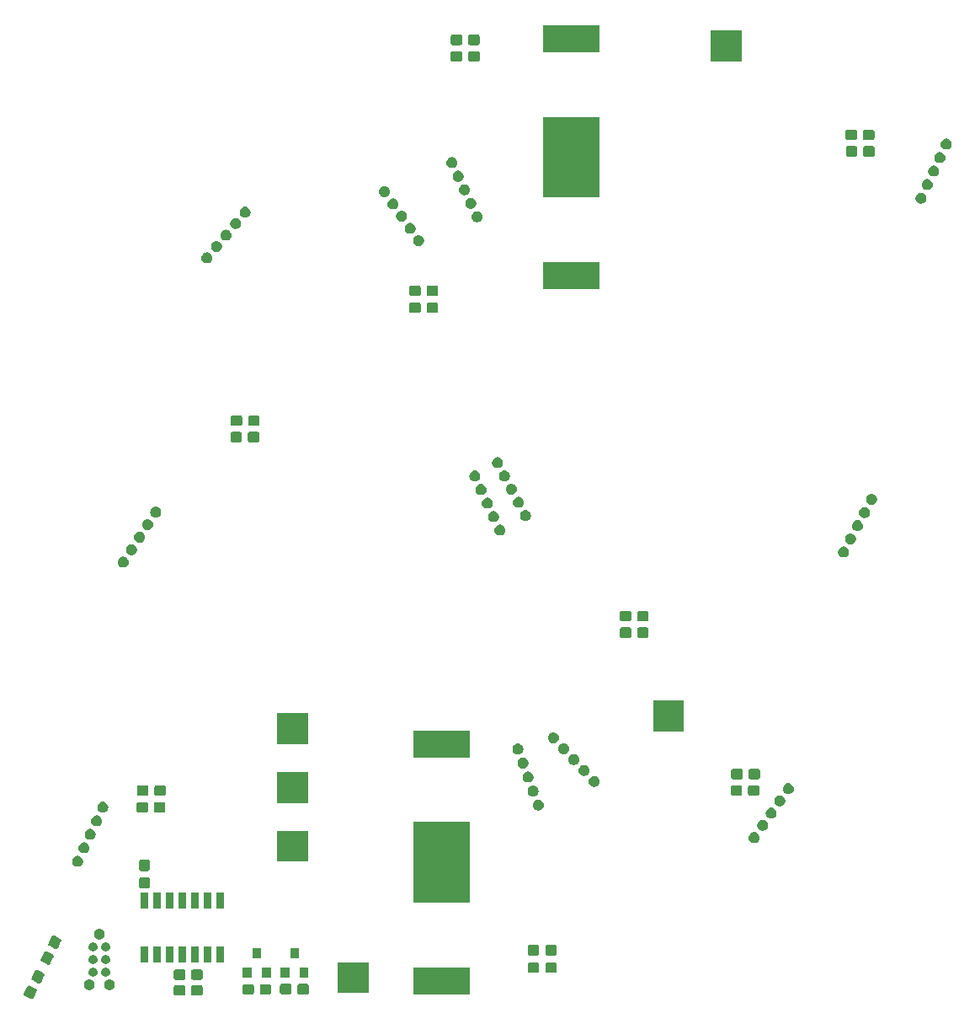
<source format=gts>
G04 #@! TF.GenerationSoftware,KiCad,Pcbnew,(5.0.1-3-g963ef8bb5)*
G04 #@! TF.CreationDate,2018-11-10T15:27:12+00:00*
G04 #@! TF.ProjectId,xmas_tree_v0.1,786D61735F747265655F76302E312E6B,rev?*
G04 #@! TF.SameCoordinates,Original*
G04 #@! TF.FileFunction,Soldermask,Top*
G04 #@! TF.FilePolarity,Negative*
%FSLAX46Y46*%
G04 Gerber Fmt 4.6, Leading zero omitted, Abs format (unit mm)*
G04 Created by KiCad (PCBNEW (5.0.1-3-g963ef8bb5)) date Saturday, 10 November 2018 at 15:27:12*
%MOMM*%
%LPD*%
G01*
G04 APERTURE LIST*
%ADD10C,0.100000*%
G04 APERTURE END LIST*
D10*
G36*
X101839372Y-147612951D02*
X101881889Y-147628742D01*
X102455960Y-147908735D01*
X102494588Y-147932522D01*
X102523302Y-147959182D01*
X102546270Y-147990939D01*
X102562596Y-148026558D01*
X102571660Y-148064680D01*
X102573113Y-148103840D01*
X102566898Y-148142534D01*
X102551107Y-148185051D01*
X102526401Y-148235705D01*
X102526401Y-148235706D01*
X102305384Y-148688859D01*
X102227277Y-148849001D01*
X102203490Y-148887629D01*
X102176830Y-148916343D01*
X102145073Y-148939311D01*
X102109454Y-148955637D01*
X102071332Y-148964701D01*
X102032172Y-148966154D01*
X101993478Y-148959939D01*
X101950961Y-148944148D01*
X101376890Y-148664155D01*
X101338262Y-148640368D01*
X101309548Y-148613708D01*
X101286580Y-148581951D01*
X101270254Y-148546332D01*
X101261190Y-148508210D01*
X101259737Y-148469050D01*
X101265952Y-148430356D01*
X101281743Y-148387839D01*
X101339528Y-148269362D01*
X101580869Y-147774539D01*
X101580871Y-147774536D01*
X101605573Y-147723889D01*
X101629360Y-147685261D01*
X101656020Y-147656547D01*
X101687777Y-147633579D01*
X101723396Y-147617253D01*
X101761518Y-147608189D01*
X101800678Y-147606736D01*
X101839372Y-147612951D01*
X101839372Y-147612951D01*
G37*
G36*
X119089499Y-147578445D02*
X119126993Y-147589819D01*
X119161557Y-147608294D01*
X119191847Y-147633153D01*
X119216706Y-147663443D01*
X119235181Y-147698007D01*
X119246555Y-147735501D01*
X119251000Y-147780638D01*
X119251000Y-148419362D01*
X119246555Y-148464499D01*
X119235181Y-148501993D01*
X119216706Y-148536557D01*
X119191847Y-148566847D01*
X119161557Y-148591706D01*
X119126993Y-148610181D01*
X119089499Y-148621555D01*
X119044362Y-148626000D01*
X118305638Y-148626000D01*
X118260501Y-148621555D01*
X118223007Y-148610181D01*
X118188443Y-148591706D01*
X118158153Y-148566847D01*
X118133294Y-148536557D01*
X118114819Y-148501993D01*
X118103445Y-148464499D01*
X118099000Y-148419362D01*
X118099000Y-147780638D01*
X118103445Y-147735501D01*
X118114819Y-147698007D01*
X118133294Y-147663443D01*
X118158153Y-147633153D01*
X118188443Y-147608294D01*
X118223007Y-147589819D01*
X118260501Y-147578445D01*
X118305638Y-147574000D01*
X119044362Y-147574000D01*
X119089499Y-147578445D01*
X119089499Y-147578445D01*
G37*
G36*
X117339499Y-147578445D02*
X117376993Y-147589819D01*
X117411557Y-147608294D01*
X117441847Y-147633153D01*
X117466706Y-147663443D01*
X117485181Y-147698007D01*
X117496555Y-147735501D01*
X117501000Y-147780638D01*
X117501000Y-148419362D01*
X117496555Y-148464499D01*
X117485181Y-148501993D01*
X117466706Y-148536557D01*
X117441847Y-148566847D01*
X117411557Y-148591706D01*
X117376993Y-148610181D01*
X117339499Y-148621555D01*
X117294362Y-148626000D01*
X116555638Y-148626000D01*
X116510501Y-148621555D01*
X116473007Y-148610181D01*
X116438443Y-148591706D01*
X116408153Y-148566847D01*
X116383294Y-148536557D01*
X116364819Y-148501993D01*
X116353445Y-148464499D01*
X116349000Y-148419362D01*
X116349000Y-147780638D01*
X116353445Y-147735501D01*
X116364819Y-147698007D01*
X116383294Y-147663443D01*
X116408153Y-147633153D01*
X116438443Y-147608294D01*
X116473007Y-147589819D01*
X116510501Y-147578445D01*
X116555638Y-147574000D01*
X117294362Y-147574000D01*
X117339499Y-147578445D01*
X117339499Y-147578445D01*
G37*
G36*
X125989499Y-147453445D02*
X126026993Y-147464819D01*
X126061557Y-147483294D01*
X126091847Y-147508153D01*
X126116706Y-147538443D01*
X126135181Y-147573007D01*
X126146555Y-147610501D01*
X126151000Y-147655638D01*
X126151000Y-148294362D01*
X126146555Y-148339499D01*
X126135181Y-148376993D01*
X126116706Y-148411557D01*
X126091847Y-148441847D01*
X126061557Y-148466706D01*
X126026993Y-148485181D01*
X125989499Y-148496555D01*
X125944362Y-148501000D01*
X125205638Y-148501000D01*
X125160501Y-148496555D01*
X125123007Y-148485181D01*
X125088443Y-148466706D01*
X125058153Y-148441847D01*
X125033294Y-148411557D01*
X125014819Y-148376993D01*
X125003445Y-148339499D01*
X124999000Y-148294362D01*
X124999000Y-147655638D01*
X125003445Y-147610501D01*
X125014819Y-147573007D01*
X125033294Y-147538443D01*
X125058153Y-147508153D01*
X125088443Y-147483294D01*
X125123007Y-147464819D01*
X125160501Y-147453445D01*
X125205638Y-147449000D01*
X125944362Y-147449000D01*
X125989499Y-147453445D01*
X125989499Y-147453445D01*
G37*
G36*
X124239499Y-147453445D02*
X124276993Y-147464819D01*
X124311557Y-147483294D01*
X124341847Y-147508153D01*
X124366706Y-147538443D01*
X124385181Y-147573007D01*
X124396555Y-147610501D01*
X124401000Y-147655638D01*
X124401000Y-148294362D01*
X124396555Y-148339499D01*
X124385181Y-148376993D01*
X124366706Y-148411557D01*
X124341847Y-148441847D01*
X124311557Y-148466706D01*
X124276993Y-148485181D01*
X124239499Y-148496555D01*
X124194362Y-148501000D01*
X123455638Y-148501000D01*
X123410501Y-148496555D01*
X123373007Y-148485181D01*
X123338443Y-148466706D01*
X123308153Y-148441847D01*
X123283294Y-148411557D01*
X123264819Y-148376993D01*
X123253445Y-148339499D01*
X123249000Y-148294362D01*
X123249000Y-147655638D01*
X123253445Y-147610501D01*
X123264819Y-147573007D01*
X123283294Y-147538443D01*
X123308153Y-147508153D01*
X123338443Y-147483294D01*
X123373007Y-147464819D01*
X123410501Y-147453445D01*
X123455638Y-147449000D01*
X124194362Y-147449000D01*
X124239499Y-147453445D01*
X124239499Y-147453445D01*
G37*
G36*
X146131000Y-148481000D02*
X140469000Y-148481000D01*
X140469000Y-145779000D01*
X146131000Y-145779000D01*
X146131000Y-148481000D01*
X146131000Y-148481000D01*
G37*
G36*
X128014499Y-147428445D02*
X128051993Y-147439819D01*
X128086557Y-147458294D01*
X128116847Y-147483153D01*
X128141706Y-147513443D01*
X128160181Y-147548007D01*
X128171555Y-147585501D01*
X128176000Y-147630638D01*
X128176000Y-148269362D01*
X128171555Y-148314499D01*
X128160181Y-148351993D01*
X128141706Y-148386557D01*
X128116847Y-148416847D01*
X128086557Y-148441706D01*
X128051993Y-148460181D01*
X128014499Y-148471555D01*
X127969362Y-148476000D01*
X127230638Y-148476000D01*
X127185501Y-148471555D01*
X127148007Y-148460181D01*
X127113443Y-148441706D01*
X127083153Y-148416847D01*
X127058294Y-148386557D01*
X127039819Y-148351993D01*
X127028445Y-148314499D01*
X127024000Y-148269362D01*
X127024000Y-147630638D01*
X127028445Y-147585501D01*
X127039819Y-147548007D01*
X127058294Y-147513443D01*
X127083153Y-147483153D01*
X127113443Y-147458294D01*
X127148007Y-147439819D01*
X127185501Y-147428445D01*
X127230638Y-147424000D01*
X127969362Y-147424000D01*
X128014499Y-147428445D01*
X128014499Y-147428445D01*
G37*
G36*
X129764499Y-147428445D02*
X129801993Y-147439819D01*
X129836557Y-147458294D01*
X129866847Y-147483153D01*
X129891706Y-147513443D01*
X129910181Y-147548007D01*
X129921555Y-147585501D01*
X129926000Y-147630638D01*
X129926000Y-148269362D01*
X129921555Y-148314499D01*
X129910181Y-148351993D01*
X129891706Y-148386557D01*
X129866847Y-148416847D01*
X129836557Y-148441706D01*
X129801993Y-148460181D01*
X129764499Y-148471555D01*
X129719362Y-148476000D01*
X128980638Y-148476000D01*
X128935501Y-148471555D01*
X128898007Y-148460181D01*
X128863443Y-148441706D01*
X128833153Y-148416847D01*
X128808294Y-148386557D01*
X128789819Y-148351993D01*
X128778445Y-148314499D01*
X128774000Y-148269362D01*
X128774000Y-147630638D01*
X128778445Y-147585501D01*
X128789819Y-147548007D01*
X128808294Y-147513443D01*
X128833153Y-147483153D01*
X128863443Y-147458294D01*
X128898007Y-147439819D01*
X128935501Y-147428445D01*
X128980638Y-147424000D01*
X129719362Y-147424000D01*
X129764499Y-147428445D01*
X129764499Y-147428445D01*
G37*
G36*
X135951000Y-148351000D02*
X132849000Y-148351000D01*
X132849000Y-145249000D01*
X135951000Y-145249000D01*
X135951000Y-148351000D01*
X135951000Y-148351000D01*
G37*
G36*
X108008350Y-146984694D02*
X108107770Y-147025875D01*
X108197249Y-147085663D01*
X108273337Y-147161751D01*
X108333125Y-147251230D01*
X108374306Y-147350650D01*
X108395300Y-147456194D01*
X108395300Y-147563806D01*
X108374306Y-147669350D01*
X108333125Y-147768770D01*
X108273337Y-147858249D01*
X108197249Y-147934337D01*
X108107770Y-147994125D01*
X108008350Y-148035306D01*
X107902806Y-148056300D01*
X107795194Y-148056300D01*
X107689650Y-148035306D01*
X107590230Y-147994125D01*
X107500751Y-147934337D01*
X107424663Y-147858249D01*
X107364875Y-147768770D01*
X107323694Y-147669350D01*
X107302700Y-147563806D01*
X107302700Y-147456194D01*
X107323694Y-147350650D01*
X107364875Y-147251230D01*
X107424663Y-147161751D01*
X107500751Y-147085663D01*
X107590230Y-147025875D01*
X107689650Y-146984694D01*
X107795194Y-146963700D01*
X107902806Y-146963700D01*
X108008350Y-146984694D01*
X108008350Y-146984694D01*
G37*
G36*
X110040350Y-146984694D02*
X110139770Y-147025875D01*
X110229249Y-147085663D01*
X110305337Y-147161751D01*
X110365125Y-147251230D01*
X110406306Y-147350650D01*
X110427300Y-147456194D01*
X110427300Y-147563806D01*
X110406306Y-147669350D01*
X110365125Y-147768770D01*
X110305337Y-147858249D01*
X110229249Y-147934337D01*
X110139770Y-147994125D01*
X110040350Y-148035306D01*
X109934806Y-148056300D01*
X109827194Y-148056300D01*
X109721650Y-148035306D01*
X109622230Y-147994125D01*
X109532751Y-147934337D01*
X109456663Y-147858249D01*
X109396875Y-147768770D01*
X109355694Y-147669350D01*
X109334700Y-147563806D01*
X109334700Y-147456194D01*
X109355694Y-147350650D01*
X109396875Y-147251230D01*
X109456663Y-147161751D01*
X109532751Y-147085663D01*
X109622230Y-147025875D01*
X109721650Y-146984694D01*
X109827194Y-146963700D01*
X109934806Y-146963700D01*
X110040350Y-146984694D01*
X110040350Y-146984694D01*
G37*
G36*
X102606522Y-146040061D02*
X102649039Y-146055852D01*
X103223110Y-146335845D01*
X103261738Y-146359632D01*
X103290452Y-146386292D01*
X103313420Y-146418049D01*
X103329746Y-146453668D01*
X103338810Y-146491790D01*
X103340263Y-146530950D01*
X103334048Y-146569644D01*
X103318257Y-146612161D01*
X103293551Y-146662815D01*
X103293551Y-146662816D01*
X103072534Y-147115969D01*
X102994427Y-147276111D01*
X102970640Y-147314739D01*
X102943980Y-147343453D01*
X102912223Y-147366421D01*
X102876604Y-147382747D01*
X102838482Y-147391811D01*
X102799322Y-147393264D01*
X102760628Y-147387049D01*
X102718111Y-147371258D01*
X102144040Y-147091265D01*
X102105412Y-147067478D01*
X102076698Y-147040818D01*
X102053730Y-147009061D01*
X102037404Y-146973442D01*
X102028340Y-146935320D01*
X102026887Y-146896160D01*
X102033102Y-146857466D01*
X102048893Y-146814949D01*
X102112420Y-146684700D01*
X102348019Y-146201649D01*
X102348021Y-146201646D01*
X102372723Y-146150999D01*
X102396510Y-146112371D01*
X102423170Y-146083657D01*
X102454927Y-146060689D01*
X102490546Y-146044363D01*
X102528668Y-146035299D01*
X102567828Y-146033846D01*
X102606522Y-146040061D01*
X102606522Y-146040061D01*
G37*
G36*
X119089499Y-145978445D02*
X119126993Y-145989819D01*
X119161557Y-146008294D01*
X119191847Y-146033153D01*
X119216706Y-146063443D01*
X119235181Y-146098007D01*
X119246555Y-146135501D01*
X119251000Y-146180638D01*
X119251000Y-146819362D01*
X119246555Y-146864498D01*
X119235181Y-146901993D01*
X119216706Y-146936557D01*
X119191847Y-146966847D01*
X119161557Y-146991706D01*
X119126993Y-147010181D01*
X119089499Y-147021555D01*
X119044362Y-147026000D01*
X118305638Y-147026000D01*
X118260501Y-147021555D01*
X118223007Y-147010181D01*
X118188443Y-146991706D01*
X118158153Y-146966847D01*
X118133294Y-146936557D01*
X118114819Y-146901993D01*
X118103445Y-146864498D01*
X118099000Y-146819362D01*
X118099000Y-146180638D01*
X118103445Y-146135501D01*
X118114819Y-146098007D01*
X118133294Y-146063443D01*
X118158153Y-146033153D01*
X118188443Y-146008294D01*
X118223007Y-145989819D01*
X118260501Y-145978445D01*
X118305638Y-145974000D01*
X119044362Y-145974000D01*
X119089499Y-145978445D01*
X119089499Y-145978445D01*
G37*
G36*
X117339499Y-145978445D02*
X117376993Y-145989819D01*
X117411557Y-146008294D01*
X117441847Y-146033153D01*
X117466706Y-146063443D01*
X117485181Y-146098007D01*
X117496555Y-146135501D01*
X117501000Y-146180638D01*
X117501000Y-146819362D01*
X117496555Y-146864498D01*
X117485181Y-146901993D01*
X117466706Y-146936557D01*
X117441847Y-146966847D01*
X117411557Y-146991706D01*
X117376993Y-147010181D01*
X117339499Y-147021555D01*
X117294362Y-147026000D01*
X116555638Y-147026000D01*
X116510501Y-147021555D01*
X116473007Y-147010181D01*
X116438443Y-146991706D01*
X116408153Y-146966847D01*
X116383294Y-146936557D01*
X116364819Y-146901993D01*
X116353445Y-146864498D01*
X116349000Y-146819362D01*
X116349000Y-146180638D01*
X116353445Y-146135501D01*
X116364819Y-146098007D01*
X116383294Y-146063443D01*
X116408153Y-146033153D01*
X116438443Y-146008294D01*
X116473007Y-145989819D01*
X116510501Y-145978445D01*
X116555638Y-145974000D01*
X117294362Y-145974000D01*
X117339499Y-145978445D01*
X117339499Y-145978445D01*
G37*
G36*
X129901000Y-146826000D02*
X128999000Y-146826000D01*
X128999000Y-145824000D01*
X129901000Y-145824000D01*
X129901000Y-146826000D01*
X129901000Y-146826000D01*
G37*
G36*
X128001000Y-146826000D02*
X127099000Y-146826000D01*
X127099000Y-145824000D01*
X128001000Y-145824000D01*
X128001000Y-146826000D01*
X128001000Y-146826000D01*
G37*
G36*
X126101000Y-146826000D02*
X125199000Y-146826000D01*
X125199000Y-145824000D01*
X126101000Y-145824000D01*
X126101000Y-146826000D01*
X126101000Y-146826000D01*
G37*
G36*
X124201000Y-146826000D02*
X123299000Y-146826000D01*
X123299000Y-145824000D01*
X124201000Y-145824000D01*
X124201000Y-146826000D01*
X124201000Y-146826000D01*
G37*
G36*
X109629714Y-145812389D02*
X109710644Y-145845911D01*
X109783483Y-145894581D01*
X109845419Y-145956517D01*
X109894089Y-146029356D01*
X109927611Y-146110286D01*
X109944700Y-146196199D01*
X109944700Y-146283801D01*
X109927611Y-146369714D01*
X109894089Y-146450644D01*
X109845419Y-146523483D01*
X109783483Y-146585419D01*
X109710644Y-146634089D01*
X109629714Y-146667611D01*
X109543801Y-146684700D01*
X109456199Y-146684700D01*
X109370286Y-146667611D01*
X109289356Y-146634089D01*
X109216517Y-146585419D01*
X109154581Y-146523483D01*
X109105911Y-146450644D01*
X109072389Y-146369714D01*
X109055300Y-146283801D01*
X109055300Y-146196199D01*
X109072389Y-146110286D01*
X109105911Y-146029356D01*
X109154581Y-145956517D01*
X109216517Y-145894581D01*
X109289356Y-145845911D01*
X109370286Y-145812389D01*
X109456199Y-145795300D01*
X109543801Y-145795300D01*
X109629714Y-145812389D01*
X109629714Y-145812389D01*
G37*
G36*
X108359714Y-145812389D02*
X108440644Y-145845911D01*
X108513483Y-145894581D01*
X108575419Y-145956517D01*
X108624089Y-146029356D01*
X108657611Y-146110286D01*
X108674700Y-146196199D01*
X108674700Y-146283801D01*
X108657611Y-146369714D01*
X108624089Y-146450644D01*
X108575419Y-146523483D01*
X108513483Y-146585419D01*
X108440644Y-146634089D01*
X108359714Y-146667611D01*
X108273801Y-146684700D01*
X108186199Y-146684700D01*
X108100286Y-146667611D01*
X108019356Y-146634089D01*
X107946517Y-146585419D01*
X107884581Y-146523483D01*
X107835911Y-146450644D01*
X107802389Y-146369714D01*
X107785300Y-146283801D01*
X107785300Y-146196199D01*
X107802389Y-146110286D01*
X107835911Y-146029356D01*
X107884581Y-145956517D01*
X107946517Y-145894581D01*
X108019356Y-145845911D01*
X108100286Y-145812389D01*
X108186199Y-145795300D01*
X108273801Y-145795300D01*
X108359714Y-145812389D01*
X108359714Y-145812389D01*
G37*
G36*
X152939499Y-145278445D02*
X152976993Y-145289819D01*
X153011557Y-145308294D01*
X153041847Y-145333153D01*
X153066706Y-145363443D01*
X153085181Y-145398007D01*
X153096555Y-145435501D01*
X153101000Y-145480638D01*
X153101000Y-146119362D01*
X153096555Y-146164499D01*
X153085181Y-146201993D01*
X153066706Y-146236557D01*
X153041847Y-146266847D01*
X153011557Y-146291706D01*
X152976993Y-146310181D01*
X152939499Y-146321555D01*
X152894362Y-146326000D01*
X152155638Y-146326000D01*
X152110501Y-146321555D01*
X152073007Y-146310181D01*
X152038443Y-146291706D01*
X152008153Y-146266847D01*
X151983294Y-146236557D01*
X151964819Y-146201993D01*
X151953445Y-146164499D01*
X151949000Y-146119362D01*
X151949000Y-145480638D01*
X151953445Y-145435501D01*
X151964819Y-145398007D01*
X151983294Y-145363443D01*
X152008153Y-145333153D01*
X152038443Y-145308294D01*
X152073007Y-145289819D01*
X152110501Y-145278445D01*
X152155638Y-145274000D01*
X152894362Y-145274000D01*
X152939499Y-145278445D01*
X152939499Y-145278445D01*
G37*
G36*
X154689499Y-145278445D02*
X154726993Y-145289819D01*
X154761557Y-145308294D01*
X154791847Y-145333153D01*
X154816706Y-145363443D01*
X154835181Y-145398007D01*
X154846555Y-145435501D01*
X154851000Y-145480638D01*
X154851000Y-146119362D01*
X154846555Y-146164499D01*
X154835181Y-146201993D01*
X154816706Y-146236557D01*
X154791847Y-146266847D01*
X154761557Y-146291706D01*
X154726993Y-146310181D01*
X154689499Y-146321555D01*
X154644362Y-146326000D01*
X153905638Y-146326000D01*
X153860501Y-146321555D01*
X153823007Y-146310181D01*
X153788443Y-146291706D01*
X153758153Y-146266847D01*
X153733294Y-146236557D01*
X153714819Y-146201993D01*
X153703445Y-146164499D01*
X153699000Y-146119362D01*
X153699000Y-145480638D01*
X153703445Y-145435501D01*
X153714819Y-145398007D01*
X153733294Y-145363443D01*
X153758153Y-145333153D01*
X153788443Y-145308294D01*
X153823007Y-145289819D01*
X153860501Y-145278445D01*
X153905638Y-145274000D01*
X154644362Y-145274000D01*
X154689499Y-145278445D01*
X154689499Y-145278445D01*
G37*
G36*
X103539372Y-144155179D02*
X103581889Y-144170970D01*
X104155960Y-144450963D01*
X104194588Y-144474750D01*
X104223302Y-144501410D01*
X104246270Y-144533167D01*
X104262596Y-144568786D01*
X104271660Y-144606908D01*
X104273113Y-144646068D01*
X104266898Y-144684762D01*
X104251107Y-144727279D01*
X104226401Y-144777933D01*
X104226401Y-144777934D01*
X103982286Y-145278445D01*
X103927277Y-145391229D01*
X103903490Y-145429857D01*
X103876830Y-145458571D01*
X103845073Y-145481539D01*
X103809454Y-145497865D01*
X103771332Y-145506929D01*
X103732172Y-145508382D01*
X103693478Y-145502167D01*
X103650961Y-145486376D01*
X103076890Y-145206383D01*
X103038262Y-145182596D01*
X103009548Y-145155936D01*
X102986580Y-145124179D01*
X102970254Y-145088560D01*
X102961190Y-145050438D01*
X102959737Y-145011278D01*
X102965952Y-144972584D01*
X102981743Y-144930067D01*
X103104344Y-144678698D01*
X103280869Y-144316767D01*
X103280871Y-144316764D01*
X103305573Y-144266117D01*
X103329360Y-144227489D01*
X103356020Y-144198775D01*
X103387777Y-144175807D01*
X103423396Y-144159481D01*
X103461518Y-144150417D01*
X103500678Y-144148964D01*
X103539372Y-144155179D01*
X103539372Y-144155179D01*
G37*
G36*
X109629714Y-144542389D02*
X109710644Y-144575911D01*
X109783483Y-144624581D01*
X109845419Y-144686517D01*
X109894089Y-144759356D01*
X109927611Y-144840286D01*
X109944700Y-144926199D01*
X109944700Y-145013801D01*
X109927611Y-145099714D01*
X109894089Y-145180644D01*
X109845419Y-145253483D01*
X109783483Y-145315419D01*
X109710644Y-145364089D01*
X109629714Y-145397611D01*
X109543801Y-145414700D01*
X109456199Y-145414700D01*
X109370286Y-145397611D01*
X109289356Y-145364089D01*
X109216517Y-145315419D01*
X109154581Y-145253483D01*
X109105911Y-145180644D01*
X109072389Y-145099714D01*
X109055300Y-145013801D01*
X109055300Y-144926199D01*
X109072389Y-144840286D01*
X109105911Y-144759356D01*
X109154581Y-144686517D01*
X109216517Y-144624581D01*
X109289356Y-144575911D01*
X109370286Y-144542389D01*
X109456199Y-144525300D01*
X109543801Y-144525300D01*
X109629714Y-144542389D01*
X109629714Y-144542389D01*
G37*
G36*
X108359714Y-144542389D02*
X108440644Y-144575911D01*
X108513483Y-144624581D01*
X108575419Y-144686517D01*
X108624089Y-144759356D01*
X108657611Y-144840286D01*
X108674700Y-144926199D01*
X108674700Y-145013801D01*
X108657611Y-145099714D01*
X108624089Y-145180644D01*
X108575419Y-145253483D01*
X108513483Y-145315419D01*
X108440644Y-145364089D01*
X108359714Y-145397611D01*
X108273801Y-145414700D01*
X108186199Y-145414700D01*
X108100286Y-145397611D01*
X108019356Y-145364089D01*
X107946517Y-145315419D01*
X107884581Y-145253483D01*
X107835911Y-145180644D01*
X107802389Y-145099714D01*
X107785300Y-145013801D01*
X107785300Y-144926199D01*
X107802389Y-144840286D01*
X107835911Y-144759356D01*
X107884581Y-144686517D01*
X107946517Y-144624581D01*
X108019356Y-144575911D01*
X108100286Y-144542389D01*
X108186199Y-144525300D01*
X108273801Y-144525300D01*
X108359714Y-144542389D01*
X108359714Y-144542389D01*
G37*
G36*
X117551000Y-145301000D02*
X116849000Y-145301000D01*
X116849000Y-143699000D01*
X117551000Y-143699000D01*
X117551000Y-145301000D01*
X117551000Y-145301000D01*
G37*
G36*
X113741000Y-145301000D02*
X113039000Y-145301000D01*
X113039000Y-143699000D01*
X113741000Y-143699000D01*
X113741000Y-145301000D01*
X113741000Y-145301000D01*
G37*
G36*
X115011000Y-145301000D02*
X114309000Y-145301000D01*
X114309000Y-143699000D01*
X115011000Y-143699000D01*
X115011000Y-145301000D01*
X115011000Y-145301000D01*
G37*
G36*
X118821000Y-145301000D02*
X118119000Y-145301000D01*
X118119000Y-143699000D01*
X118821000Y-143699000D01*
X118821000Y-145301000D01*
X118821000Y-145301000D01*
G37*
G36*
X120091000Y-145301000D02*
X119389000Y-145301000D01*
X119389000Y-143699000D01*
X120091000Y-143699000D01*
X120091000Y-145301000D01*
X120091000Y-145301000D01*
G37*
G36*
X121361000Y-145301000D02*
X120659000Y-145301000D01*
X120659000Y-143699000D01*
X121361000Y-143699000D01*
X121361000Y-145301000D01*
X121361000Y-145301000D01*
G37*
G36*
X116281000Y-145301000D02*
X115579000Y-145301000D01*
X115579000Y-143699000D01*
X116281000Y-143699000D01*
X116281000Y-145301000D01*
X116281000Y-145301000D01*
G37*
G36*
X125151000Y-144826000D02*
X124249000Y-144826000D01*
X124249000Y-143824000D01*
X125151000Y-143824000D01*
X125151000Y-144826000D01*
X125151000Y-144826000D01*
G37*
G36*
X128951000Y-144826000D02*
X128049000Y-144826000D01*
X128049000Y-143824000D01*
X128951000Y-143824000D01*
X128951000Y-144826000D01*
X128951000Y-144826000D01*
G37*
G36*
X154689499Y-143528445D02*
X154726993Y-143539819D01*
X154761557Y-143558294D01*
X154791847Y-143583153D01*
X154816706Y-143613443D01*
X154835181Y-143648007D01*
X154846555Y-143685501D01*
X154851000Y-143730638D01*
X154851000Y-144369362D01*
X154846555Y-144414499D01*
X154835181Y-144451993D01*
X154816706Y-144486557D01*
X154791847Y-144516847D01*
X154761557Y-144541706D01*
X154726993Y-144560181D01*
X154689499Y-144571555D01*
X154644362Y-144576000D01*
X153905638Y-144576000D01*
X153860501Y-144571555D01*
X153823007Y-144560181D01*
X153788443Y-144541706D01*
X153758153Y-144516847D01*
X153733294Y-144486557D01*
X153714819Y-144451993D01*
X153703445Y-144414499D01*
X153699000Y-144369362D01*
X153699000Y-143730638D01*
X153703445Y-143685501D01*
X153714819Y-143648007D01*
X153733294Y-143613443D01*
X153758153Y-143583153D01*
X153788443Y-143558294D01*
X153823007Y-143539819D01*
X153860501Y-143528445D01*
X153905638Y-143524000D01*
X154644362Y-143524000D01*
X154689499Y-143528445D01*
X154689499Y-143528445D01*
G37*
G36*
X152939499Y-143528445D02*
X152976993Y-143539819D01*
X153011557Y-143558294D01*
X153041847Y-143583153D01*
X153066706Y-143613443D01*
X153085181Y-143648007D01*
X153096555Y-143685501D01*
X153101000Y-143730638D01*
X153101000Y-144369362D01*
X153096555Y-144414499D01*
X153085181Y-144451993D01*
X153066706Y-144486557D01*
X153041847Y-144516847D01*
X153011557Y-144541706D01*
X152976993Y-144560181D01*
X152939499Y-144571555D01*
X152894362Y-144576000D01*
X152155638Y-144576000D01*
X152110501Y-144571555D01*
X152073007Y-144560181D01*
X152038443Y-144541706D01*
X152008153Y-144516847D01*
X151983294Y-144486557D01*
X151964819Y-144451993D01*
X151953445Y-144414499D01*
X151949000Y-144369362D01*
X151949000Y-143730638D01*
X151953445Y-143685501D01*
X151964819Y-143648007D01*
X151983294Y-143613443D01*
X152008153Y-143583153D01*
X152038443Y-143558294D01*
X152073007Y-143539819D01*
X152110501Y-143528445D01*
X152155638Y-143524000D01*
X152894362Y-143524000D01*
X152939499Y-143528445D01*
X152939499Y-143528445D01*
G37*
G36*
X108359714Y-143272389D02*
X108440644Y-143305911D01*
X108513483Y-143354581D01*
X108575419Y-143416517D01*
X108624089Y-143489356D01*
X108657611Y-143570286D01*
X108674700Y-143656199D01*
X108674700Y-143743801D01*
X108657611Y-143829714D01*
X108624089Y-143910644D01*
X108575419Y-143983483D01*
X108513483Y-144045419D01*
X108440644Y-144094089D01*
X108359714Y-144127611D01*
X108273801Y-144144700D01*
X108186199Y-144144700D01*
X108100286Y-144127611D01*
X108019356Y-144094089D01*
X107946517Y-144045419D01*
X107884581Y-143983483D01*
X107835911Y-143910644D01*
X107802389Y-143829714D01*
X107785300Y-143743801D01*
X107785300Y-143656199D01*
X107802389Y-143570286D01*
X107835911Y-143489356D01*
X107884581Y-143416517D01*
X107946517Y-143354581D01*
X108019356Y-143305911D01*
X108100286Y-143272389D01*
X108186199Y-143255300D01*
X108273801Y-143255300D01*
X108359714Y-143272389D01*
X108359714Y-143272389D01*
G37*
G36*
X109629714Y-143272389D02*
X109710644Y-143305911D01*
X109783483Y-143354581D01*
X109845419Y-143416517D01*
X109894089Y-143489356D01*
X109927611Y-143570286D01*
X109944700Y-143656199D01*
X109944700Y-143743801D01*
X109927611Y-143829714D01*
X109894089Y-143910644D01*
X109845419Y-143983483D01*
X109783483Y-144045419D01*
X109710644Y-144094089D01*
X109629714Y-144127611D01*
X109543801Y-144144700D01*
X109456199Y-144144700D01*
X109370286Y-144127611D01*
X109289356Y-144094089D01*
X109216517Y-144045419D01*
X109154581Y-143983483D01*
X109105911Y-143910644D01*
X109072389Y-143829714D01*
X109055300Y-143743801D01*
X109055300Y-143656199D01*
X109072389Y-143570286D01*
X109105911Y-143489356D01*
X109154581Y-143416517D01*
X109216517Y-143354581D01*
X109289356Y-143305911D01*
X109370286Y-143272389D01*
X109456199Y-143255300D01*
X109543801Y-143255300D01*
X109629714Y-143272389D01*
X109629714Y-143272389D01*
G37*
G36*
X104306522Y-142582289D02*
X104349039Y-142598080D01*
X104923110Y-142878073D01*
X104961738Y-142901860D01*
X104990452Y-142928520D01*
X105013420Y-142960277D01*
X105029746Y-142995896D01*
X105038810Y-143034018D01*
X105040263Y-143073178D01*
X105034048Y-143111872D01*
X105018257Y-143154389D01*
X104993551Y-143205043D01*
X104993551Y-143205044D01*
X104758801Y-143686354D01*
X104694427Y-143818339D01*
X104670640Y-143856967D01*
X104643980Y-143885681D01*
X104612223Y-143908649D01*
X104576604Y-143924975D01*
X104538482Y-143934039D01*
X104499322Y-143935492D01*
X104460628Y-143929277D01*
X104418111Y-143913486D01*
X103844040Y-143633493D01*
X103805412Y-143609706D01*
X103776698Y-143583046D01*
X103753730Y-143551289D01*
X103737404Y-143515670D01*
X103728340Y-143477548D01*
X103726887Y-143438388D01*
X103733102Y-143399694D01*
X103748893Y-143357177D01*
X103871494Y-143105808D01*
X104048019Y-142743877D01*
X104048021Y-142743874D01*
X104072723Y-142693227D01*
X104096510Y-142654599D01*
X104123170Y-142625885D01*
X104154927Y-142602917D01*
X104190546Y-142586591D01*
X104228668Y-142577527D01*
X104267828Y-142576074D01*
X104306522Y-142582289D01*
X104306522Y-142582289D01*
G37*
G36*
X109024350Y-141904694D02*
X109123770Y-141945875D01*
X109213249Y-142005663D01*
X109289337Y-142081751D01*
X109349125Y-142171230D01*
X109390306Y-142270650D01*
X109411300Y-142376194D01*
X109411300Y-142483806D01*
X109390306Y-142589350D01*
X109349125Y-142688770D01*
X109289337Y-142778249D01*
X109213249Y-142854337D01*
X109142126Y-142901860D01*
X109123770Y-142914125D01*
X109024350Y-142955306D01*
X108918806Y-142976300D01*
X108811194Y-142976300D01*
X108705650Y-142955306D01*
X108606230Y-142914125D01*
X108587874Y-142901860D01*
X108516751Y-142854337D01*
X108440663Y-142778249D01*
X108380875Y-142688770D01*
X108339694Y-142589350D01*
X108318700Y-142483806D01*
X108318700Y-142376194D01*
X108339694Y-142270650D01*
X108380875Y-142171230D01*
X108440663Y-142081751D01*
X108516751Y-142005663D01*
X108606230Y-141945875D01*
X108705650Y-141904694D01*
X108811194Y-141883700D01*
X108918806Y-141883700D01*
X109024350Y-141904694D01*
X109024350Y-141904694D01*
G37*
G36*
X113741000Y-139901000D02*
X113039000Y-139901000D01*
X113039000Y-138299000D01*
X113741000Y-138299000D01*
X113741000Y-139901000D01*
X113741000Y-139901000D01*
G37*
G36*
X115011000Y-139901000D02*
X114309000Y-139901000D01*
X114309000Y-138299000D01*
X115011000Y-138299000D01*
X115011000Y-139901000D01*
X115011000Y-139901000D01*
G37*
G36*
X116281000Y-139901000D02*
X115579000Y-139901000D01*
X115579000Y-138299000D01*
X116281000Y-138299000D01*
X116281000Y-139901000D01*
X116281000Y-139901000D01*
G37*
G36*
X117551000Y-139901000D02*
X116849000Y-139901000D01*
X116849000Y-138299000D01*
X117551000Y-138299000D01*
X117551000Y-139901000D01*
X117551000Y-139901000D01*
G37*
G36*
X118821000Y-139901000D02*
X118119000Y-139901000D01*
X118119000Y-138299000D01*
X118821000Y-138299000D01*
X118821000Y-139901000D01*
X118821000Y-139901000D01*
G37*
G36*
X120091000Y-139901000D02*
X119389000Y-139901000D01*
X119389000Y-138299000D01*
X120091000Y-138299000D01*
X120091000Y-139901000D01*
X120091000Y-139901000D01*
G37*
G36*
X121361000Y-139901000D02*
X120659000Y-139901000D01*
X120659000Y-138299000D01*
X121361000Y-138299000D01*
X121361000Y-139901000D01*
X121361000Y-139901000D01*
G37*
G36*
X146131000Y-139276000D02*
X140469000Y-139276000D01*
X140469000Y-131174000D01*
X146131000Y-131174000D01*
X146131000Y-139276000D01*
X146131000Y-139276000D01*
G37*
G36*
X113764499Y-136703445D02*
X113801993Y-136714819D01*
X113836557Y-136733294D01*
X113866847Y-136758153D01*
X113891706Y-136788443D01*
X113910181Y-136823007D01*
X113921555Y-136860501D01*
X113926000Y-136905638D01*
X113926000Y-137644362D01*
X113921555Y-137689499D01*
X113910181Y-137726993D01*
X113891706Y-137761557D01*
X113866847Y-137791847D01*
X113836557Y-137816706D01*
X113801993Y-137835181D01*
X113764499Y-137846555D01*
X113719362Y-137851000D01*
X113080638Y-137851000D01*
X113035501Y-137846555D01*
X112998007Y-137835181D01*
X112963443Y-137816706D01*
X112933153Y-137791847D01*
X112908294Y-137761557D01*
X112889819Y-137726993D01*
X112878445Y-137689499D01*
X112874000Y-137644362D01*
X112874000Y-136905638D01*
X112878445Y-136860501D01*
X112889819Y-136823007D01*
X112908294Y-136788443D01*
X112933153Y-136758153D01*
X112963443Y-136733294D01*
X112998007Y-136714819D01*
X113035501Y-136703445D01*
X113080638Y-136699000D01*
X113719362Y-136699000D01*
X113764499Y-136703445D01*
X113764499Y-136703445D01*
G37*
G36*
X113764499Y-134953445D02*
X113801993Y-134964819D01*
X113836557Y-134983294D01*
X113866847Y-135008153D01*
X113891706Y-135038443D01*
X113910181Y-135073007D01*
X113921555Y-135110501D01*
X113926000Y-135155638D01*
X113926000Y-135894362D01*
X113921555Y-135939499D01*
X113910181Y-135976993D01*
X113891706Y-136011557D01*
X113866847Y-136041847D01*
X113836557Y-136066706D01*
X113801993Y-136085181D01*
X113764499Y-136096555D01*
X113719362Y-136101000D01*
X113080638Y-136101000D01*
X113035501Y-136096555D01*
X112998007Y-136085181D01*
X112963443Y-136066706D01*
X112933153Y-136041847D01*
X112908294Y-136011557D01*
X112889819Y-135976993D01*
X112878445Y-135939499D01*
X112874000Y-135894362D01*
X112874000Y-135155638D01*
X112878445Y-135110501D01*
X112889819Y-135073007D01*
X112908294Y-135038443D01*
X112933153Y-135008153D01*
X112963443Y-134983294D01*
X112998007Y-134964819D01*
X113035501Y-134953445D01*
X113080638Y-134949000D01*
X113719362Y-134949000D01*
X113764499Y-134953445D01*
X113764499Y-134953445D01*
G37*
G36*
X106842866Y-134589097D02*
X106943140Y-134630632D01*
X107033390Y-134690935D01*
X107110133Y-134767678D01*
X107170436Y-134857928D01*
X107211971Y-134958202D01*
X107233145Y-135064653D01*
X107233145Y-135173193D01*
X107211971Y-135279644D01*
X107170436Y-135379918D01*
X107110133Y-135470168D01*
X107033390Y-135546911D01*
X106943140Y-135607214D01*
X106842866Y-135648749D01*
X106736415Y-135669923D01*
X106627875Y-135669923D01*
X106521424Y-135648749D01*
X106421150Y-135607214D01*
X106330900Y-135546911D01*
X106254157Y-135470168D01*
X106193854Y-135379918D01*
X106152319Y-135279644D01*
X106131145Y-135173193D01*
X106131145Y-135064653D01*
X106152319Y-134958202D01*
X106193854Y-134857928D01*
X106254157Y-134767678D01*
X106330900Y-134690935D01*
X106421150Y-134630632D01*
X106521424Y-134589097D01*
X106627875Y-134567923D01*
X106736415Y-134567923D01*
X106842866Y-134589097D01*
X106842866Y-134589097D01*
G37*
G36*
X129851000Y-135151000D02*
X126749000Y-135151000D01*
X126749000Y-132049000D01*
X129851000Y-132049000D01*
X129851000Y-135151000D01*
X129851000Y-135151000D01*
G37*
G36*
X107476794Y-133229636D02*
X107577068Y-133271171D01*
X107667318Y-133331474D01*
X107744061Y-133408217D01*
X107804364Y-133498467D01*
X107845899Y-133598741D01*
X107867073Y-133705192D01*
X107867073Y-133813732D01*
X107845899Y-133920183D01*
X107804364Y-134020457D01*
X107744061Y-134110707D01*
X107667318Y-134187450D01*
X107577068Y-134247753D01*
X107476794Y-134289288D01*
X107370343Y-134310462D01*
X107261803Y-134310462D01*
X107155352Y-134289288D01*
X107055078Y-134247753D01*
X106964828Y-134187450D01*
X106888085Y-134110707D01*
X106827782Y-134020457D01*
X106786247Y-133920183D01*
X106765073Y-133813732D01*
X106765073Y-133705192D01*
X106786247Y-133598741D01*
X106827782Y-133498467D01*
X106888085Y-133408217D01*
X106964828Y-133331474D01*
X107055078Y-133271171D01*
X107155352Y-133229636D01*
X107261803Y-133208462D01*
X107370343Y-133208462D01*
X107476794Y-133229636D01*
X107476794Y-133229636D01*
G37*
G36*
X174864992Y-132202630D02*
X174965266Y-132244165D01*
X175055516Y-132304468D01*
X175132259Y-132381211D01*
X175192562Y-132471461D01*
X175234097Y-132571735D01*
X175255271Y-132678186D01*
X175255271Y-132786726D01*
X175234097Y-132893177D01*
X175192562Y-132993451D01*
X175132259Y-133083701D01*
X175055516Y-133160444D01*
X174965266Y-133220747D01*
X174864992Y-133262282D01*
X174758541Y-133283456D01*
X174650001Y-133283456D01*
X174543550Y-133262282D01*
X174443276Y-133220747D01*
X174353026Y-133160444D01*
X174276283Y-133083701D01*
X174215980Y-132993451D01*
X174174445Y-132893177D01*
X174153271Y-132786726D01*
X174153271Y-132678186D01*
X174174445Y-132571735D01*
X174215980Y-132471461D01*
X174276283Y-132381211D01*
X174353026Y-132304468D01*
X174443276Y-132244165D01*
X174543550Y-132202630D01*
X174650001Y-132181456D01*
X174758541Y-132181456D01*
X174864992Y-132202630D01*
X174864992Y-132202630D01*
G37*
G36*
X108110721Y-131870174D02*
X108210995Y-131911709D01*
X108301245Y-131972012D01*
X108377988Y-132048755D01*
X108438291Y-132139005D01*
X108479826Y-132239279D01*
X108501000Y-132345730D01*
X108501000Y-132454270D01*
X108479826Y-132560721D01*
X108438291Y-132660995D01*
X108377988Y-132751245D01*
X108301245Y-132827988D01*
X108210995Y-132888291D01*
X108110721Y-132929826D01*
X108004270Y-132951000D01*
X107895730Y-132951000D01*
X107789279Y-132929826D01*
X107689005Y-132888291D01*
X107598755Y-132827988D01*
X107522012Y-132751245D01*
X107461709Y-132660995D01*
X107420174Y-132560721D01*
X107399000Y-132454270D01*
X107399000Y-132345730D01*
X107420174Y-132239279D01*
X107461709Y-132139005D01*
X107522012Y-132048755D01*
X107598755Y-131972012D01*
X107689005Y-131911709D01*
X107789279Y-131870174D01*
X107895730Y-131849000D01*
X108004270Y-131849000D01*
X108110721Y-131870174D01*
X108110721Y-131870174D01*
G37*
G36*
X175725356Y-130973902D02*
X175825630Y-131015437D01*
X175915880Y-131075740D01*
X175992623Y-131152483D01*
X176052926Y-131242733D01*
X176094461Y-131343007D01*
X176115635Y-131449458D01*
X176115635Y-131557998D01*
X176094461Y-131664449D01*
X176052926Y-131764723D01*
X175992623Y-131854973D01*
X175915880Y-131931716D01*
X175825630Y-131992019D01*
X175725356Y-132033554D01*
X175618905Y-132054728D01*
X175510365Y-132054728D01*
X175403914Y-132033554D01*
X175303640Y-131992019D01*
X175213390Y-131931716D01*
X175136647Y-131854973D01*
X175076344Y-131764723D01*
X175034809Y-131664449D01*
X175013635Y-131557998D01*
X175013635Y-131449458D01*
X175034809Y-131343007D01*
X175076344Y-131242733D01*
X175136647Y-131152483D01*
X175213390Y-131075740D01*
X175303640Y-131015437D01*
X175403914Y-130973902D01*
X175510365Y-130952728D01*
X175618905Y-130952728D01*
X175725356Y-130973902D01*
X175725356Y-130973902D01*
G37*
G36*
X108744648Y-130510712D02*
X108844922Y-130552247D01*
X108935172Y-130612550D01*
X109011915Y-130689293D01*
X109072218Y-130779543D01*
X109113753Y-130879817D01*
X109134927Y-130986268D01*
X109134927Y-131094808D01*
X109113753Y-131201259D01*
X109072218Y-131301533D01*
X109011915Y-131391783D01*
X108935172Y-131468526D01*
X108844922Y-131528829D01*
X108744648Y-131570364D01*
X108638197Y-131591538D01*
X108529657Y-131591538D01*
X108423206Y-131570364D01*
X108322932Y-131528829D01*
X108232682Y-131468526D01*
X108155939Y-131391783D01*
X108095636Y-131301533D01*
X108054101Y-131201259D01*
X108032927Y-131094808D01*
X108032927Y-130986268D01*
X108054101Y-130879817D01*
X108095636Y-130779543D01*
X108155939Y-130689293D01*
X108232682Y-130612550D01*
X108322932Y-130552247D01*
X108423206Y-130510712D01*
X108529657Y-130489538D01*
X108638197Y-130489538D01*
X108744648Y-130510712D01*
X108744648Y-130510712D01*
G37*
G36*
X176585721Y-129745174D02*
X176685995Y-129786709D01*
X176776245Y-129847012D01*
X176852988Y-129923755D01*
X176913291Y-130014005D01*
X176954826Y-130114279D01*
X176976000Y-130220730D01*
X176976000Y-130329270D01*
X176954826Y-130435721D01*
X176913291Y-130535995D01*
X176852988Y-130626245D01*
X176776245Y-130702988D01*
X176685995Y-130763291D01*
X176585721Y-130804826D01*
X176479270Y-130826000D01*
X176370730Y-130826000D01*
X176264279Y-130804826D01*
X176164005Y-130763291D01*
X176073755Y-130702988D01*
X175997012Y-130626245D01*
X175936709Y-130535995D01*
X175895174Y-130435721D01*
X175874000Y-130329270D01*
X175874000Y-130220730D01*
X175895174Y-130114279D01*
X175936709Y-130014005D01*
X175997012Y-129923755D01*
X176073755Y-129847012D01*
X176164005Y-129786709D01*
X176264279Y-129745174D01*
X176370730Y-129724000D01*
X176479270Y-129724000D01*
X176585721Y-129745174D01*
X176585721Y-129745174D01*
G37*
G36*
X109378576Y-129151251D02*
X109478850Y-129192786D01*
X109569100Y-129253089D01*
X109645843Y-129329832D01*
X109706146Y-129420082D01*
X109747681Y-129520356D01*
X109768855Y-129626807D01*
X109768855Y-129735347D01*
X109747681Y-129841798D01*
X109706146Y-129942072D01*
X109645843Y-130032322D01*
X109569100Y-130109065D01*
X109478850Y-130169368D01*
X109378576Y-130210903D01*
X109272125Y-130232077D01*
X109163585Y-130232077D01*
X109057134Y-130210903D01*
X108956860Y-130169368D01*
X108866610Y-130109065D01*
X108789867Y-130032322D01*
X108729564Y-129942072D01*
X108688029Y-129841798D01*
X108666855Y-129735347D01*
X108666855Y-129626807D01*
X108688029Y-129520356D01*
X108729564Y-129420082D01*
X108789867Y-129329832D01*
X108866610Y-129253089D01*
X108956860Y-129192786D01*
X109057134Y-129151251D01*
X109163585Y-129130077D01*
X109272125Y-129130077D01*
X109378576Y-129151251D01*
X109378576Y-129151251D01*
G37*
G36*
X113589499Y-129178445D02*
X113626993Y-129189819D01*
X113661557Y-129208294D01*
X113691847Y-129233153D01*
X113716706Y-129263443D01*
X113735181Y-129298007D01*
X113746555Y-129335501D01*
X113751000Y-129380638D01*
X113751000Y-130019362D01*
X113746555Y-130064499D01*
X113735181Y-130101993D01*
X113716706Y-130136557D01*
X113691847Y-130166847D01*
X113661557Y-130191706D01*
X113626993Y-130210181D01*
X113589499Y-130221555D01*
X113544362Y-130226000D01*
X112805638Y-130226000D01*
X112760501Y-130221555D01*
X112723007Y-130210181D01*
X112688443Y-130191706D01*
X112658153Y-130166847D01*
X112633294Y-130136557D01*
X112614819Y-130101993D01*
X112603445Y-130064499D01*
X112599000Y-130019362D01*
X112599000Y-129380638D01*
X112603445Y-129335501D01*
X112614819Y-129298007D01*
X112633294Y-129263443D01*
X112658153Y-129233153D01*
X112688443Y-129208294D01*
X112723007Y-129189819D01*
X112760501Y-129178445D01*
X112805638Y-129174000D01*
X113544362Y-129174000D01*
X113589499Y-129178445D01*
X113589499Y-129178445D01*
G37*
G36*
X115339499Y-129178445D02*
X115376993Y-129189819D01*
X115411557Y-129208294D01*
X115441847Y-129233153D01*
X115466706Y-129263443D01*
X115485181Y-129298007D01*
X115496555Y-129335501D01*
X115501000Y-129380638D01*
X115501000Y-130019362D01*
X115496555Y-130064499D01*
X115485181Y-130101993D01*
X115466706Y-130136557D01*
X115441847Y-130166847D01*
X115411557Y-130191706D01*
X115376993Y-130210181D01*
X115339499Y-130221555D01*
X115294362Y-130226000D01*
X114555638Y-130226000D01*
X114510501Y-130221555D01*
X114473007Y-130210181D01*
X114438443Y-130191706D01*
X114408153Y-130166847D01*
X114383294Y-130136557D01*
X114364819Y-130101993D01*
X114353445Y-130064499D01*
X114349000Y-130019362D01*
X114349000Y-129380638D01*
X114353445Y-129335501D01*
X114364819Y-129298007D01*
X114383294Y-129263443D01*
X114408153Y-129233153D01*
X114438443Y-129208294D01*
X114473007Y-129189819D01*
X114510501Y-129178445D01*
X114555638Y-129174000D01*
X115294362Y-129174000D01*
X115339499Y-129178445D01*
X115339499Y-129178445D01*
G37*
G36*
X153161781Y-128939252D02*
X153262055Y-128980787D01*
X153352305Y-129041090D01*
X153429048Y-129117833D01*
X153489351Y-129208083D01*
X153530886Y-129308357D01*
X153552060Y-129414808D01*
X153552060Y-129523348D01*
X153530886Y-129629799D01*
X153489351Y-129730073D01*
X153429048Y-129820323D01*
X153352305Y-129897066D01*
X153262055Y-129957369D01*
X153161781Y-129998904D01*
X153055330Y-130020078D01*
X152946790Y-130020078D01*
X152840339Y-129998904D01*
X152740065Y-129957369D01*
X152649815Y-129897066D01*
X152573072Y-129820323D01*
X152512769Y-129730073D01*
X152471234Y-129629799D01*
X152450060Y-129523348D01*
X152450060Y-129414808D01*
X152471234Y-129308357D01*
X152512769Y-129208083D01*
X152573072Y-129117833D01*
X152649815Y-129041090D01*
X152740065Y-128980787D01*
X152840339Y-128939252D01*
X152946790Y-128918078D01*
X153055330Y-128918078D01*
X153161781Y-128939252D01*
X153161781Y-128939252D01*
G37*
G36*
X177446086Y-128516446D02*
X177546360Y-128557981D01*
X177636610Y-128618284D01*
X177713353Y-128695027D01*
X177773656Y-128785277D01*
X177815191Y-128885551D01*
X177836365Y-128992002D01*
X177836365Y-129100542D01*
X177815191Y-129206993D01*
X177773656Y-129307267D01*
X177713353Y-129397517D01*
X177636610Y-129474260D01*
X177546360Y-129534563D01*
X177446086Y-129576098D01*
X177339635Y-129597272D01*
X177231095Y-129597272D01*
X177124644Y-129576098D01*
X177024370Y-129534563D01*
X176934120Y-129474260D01*
X176857377Y-129397517D01*
X176797074Y-129307267D01*
X176755539Y-129206993D01*
X176734365Y-129100542D01*
X176734365Y-128992002D01*
X176755539Y-128885551D01*
X176797074Y-128785277D01*
X176857377Y-128695027D01*
X176934120Y-128618284D01*
X177024370Y-128557981D01*
X177124644Y-128516446D01*
X177231095Y-128495272D01*
X177339635Y-128495272D01*
X177446086Y-128516446D01*
X177446086Y-128516446D01*
G37*
G36*
X129851000Y-129251000D02*
X126749000Y-129251000D01*
X126749000Y-126149000D01*
X129851000Y-126149000D01*
X129851000Y-129251000D01*
X129851000Y-129251000D01*
G37*
G36*
X152648751Y-127529713D02*
X152749025Y-127571248D01*
X152839275Y-127631551D01*
X152916018Y-127708294D01*
X152976321Y-127798544D01*
X153017856Y-127898818D01*
X153039030Y-128005269D01*
X153039030Y-128113809D01*
X153017856Y-128220260D01*
X152976321Y-128320534D01*
X152916018Y-128410784D01*
X152839275Y-128487527D01*
X152749025Y-128547830D01*
X152648751Y-128589365D01*
X152542300Y-128610539D01*
X152433760Y-128610539D01*
X152327309Y-128589365D01*
X152227035Y-128547830D01*
X152136785Y-128487527D01*
X152060042Y-128410784D01*
X151999739Y-128320534D01*
X151958204Y-128220260D01*
X151937030Y-128113809D01*
X151937030Y-128005269D01*
X151958204Y-127898818D01*
X151999739Y-127798544D01*
X152060042Y-127708294D01*
X152136785Y-127631551D01*
X152227035Y-127571248D01*
X152327309Y-127529713D01*
X152433760Y-127508539D01*
X152542300Y-127508539D01*
X152648751Y-127529713D01*
X152648751Y-127529713D01*
G37*
G36*
X173339499Y-127478445D02*
X173376993Y-127489819D01*
X173411557Y-127508294D01*
X173441847Y-127533153D01*
X173466706Y-127563443D01*
X173485181Y-127598007D01*
X173496555Y-127635501D01*
X173501000Y-127680638D01*
X173501000Y-128319362D01*
X173496555Y-128364499D01*
X173485181Y-128401993D01*
X173466706Y-128436557D01*
X173441847Y-128466847D01*
X173411557Y-128491706D01*
X173376993Y-128510181D01*
X173339499Y-128521555D01*
X173294362Y-128526000D01*
X172555638Y-128526000D01*
X172510501Y-128521555D01*
X172473007Y-128510181D01*
X172438443Y-128491706D01*
X172408153Y-128466847D01*
X172383294Y-128436557D01*
X172364819Y-128401993D01*
X172353445Y-128364499D01*
X172349000Y-128319362D01*
X172349000Y-127680638D01*
X172353445Y-127635501D01*
X172364819Y-127598007D01*
X172383294Y-127563443D01*
X172408153Y-127533153D01*
X172438443Y-127508294D01*
X172473007Y-127489819D01*
X172510501Y-127478445D01*
X172555638Y-127474000D01*
X173294362Y-127474000D01*
X173339499Y-127478445D01*
X173339499Y-127478445D01*
G37*
G36*
X175089499Y-127478445D02*
X175126993Y-127489819D01*
X175161557Y-127508294D01*
X175191847Y-127533153D01*
X175216706Y-127563443D01*
X175235181Y-127598007D01*
X175246555Y-127635501D01*
X175251000Y-127680638D01*
X175251000Y-128319362D01*
X175246555Y-128364499D01*
X175235181Y-128401993D01*
X175216706Y-128436557D01*
X175191847Y-128466847D01*
X175161557Y-128491706D01*
X175126993Y-128510181D01*
X175089499Y-128521555D01*
X175044362Y-128526000D01*
X174305638Y-128526000D01*
X174260501Y-128521555D01*
X174223007Y-128510181D01*
X174188443Y-128491706D01*
X174158153Y-128466847D01*
X174133294Y-128436557D01*
X174114819Y-128401993D01*
X174103445Y-128364499D01*
X174099000Y-128319362D01*
X174099000Y-127680638D01*
X174103445Y-127635501D01*
X174114819Y-127598007D01*
X174133294Y-127563443D01*
X174158153Y-127533153D01*
X174188443Y-127508294D01*
X174223007Y-127489819D01*
X174260501Y-127478445D01*
X174305638Y-127474000D01*
X175044362Y-127474000D01*
X175089499Y-127478445D01*
X175089499Y-127478445D01*
G37*
G36*
X115389499Y-127478445D02*
X115426993Y-127489819D01*
X115461557Y-127508294D01*
X115491847Y-127533153D01*
X115516706Y-127563443D01*
X115535181Y-127598007D01*
X115546555Y-127635501D01*
X115551000Y-127680638D01*
X115551000Y-128319362D01*
X115546555Y-128364499D01*
X115535181Y-128401993D01*
X115516706Y-128436557D01*
X115491847Y-128466847D01*
X115461557Y-128491706D01*
X115426993Y-128510181D01*
X115389499Y-128521555D01*
X115344362Y-128526000D01*
X114605638Y-128526000D01*
X114560501Y-128521555D01*
X114523007Y-128510181D01*
X114488443Y-128491706D01*
X114458153Y-128466847D01*
X114433294Y-128436557D01*
X114414819Y-128401993D01*
X114403445Y-128364499D01*
X114399000Y-128319362D01*
X114399000Y-127680638D01*
X114403445Y-127635501D01*
X114414819Y-127598007D01*
X114433294Y-127563443D01*
X114458153Y-127533153D01*
X114488443Y-127508294D01*
X114523007Y-127489819D01*
X114560501Y-127478445D01*
X114605638Y-127474000D01*
X115344362Y-127474000D01*
X115389499Y-127478445D01*
X115389499Y-127478445D01*
G37*
G36*
X113639499Y-127478445D02*
X113676993Y-127489819D01*
X113711557Y-127508294D01*
X113741847Y-127533153D01*
X113766706Y-127563443D01*
X113785181Y-127598007D01*
X113796555Y-127635501D01*
X113801000Y-127680638D01*
X113801000Y-128319362D01*
X113796555Y-128364499D01*
X113785181Y-128401993D01*
X113766706Y-128436557D01*
X113741847Y-128466847D01*
X113711557Y-128491706D01*
X113676993Y-128510181D01*
X113639499Y-128521555D01*
X113594362Y-128526000D01*
X112855638Y-128526000D01*
X112810501Y-128521555D01*
X112773007Y-128510181D01*
X112738443Y-128491706D01*
X112708153Y-128466847D01*
X112683294Y-128436557D01*
X112664819Y-128401993D01*
X112653445Y-128364499D01*
X112649000Y-128319362D01*
X112649000Y-127680638D01*
X112653445Y-127635501D01*
X112664819Y-127598007D01*
X112683294Y-127563443D01*
X112708153Y-127533153D01*
X112738443Y-127508294D01*
X112773007Y-127489819D01*
X112810501Y-127478445D01*
X112855638Y-127474000D01*
X113594362Y-127474000D01*
X113639499Y-127478445D01*
X113639499Y-127478445D01*
G37*
G36*
X178306450Y-127287718D02*
X178406724Y-127329253D01*
X178496974Y-127389556D01*
X178573717Y-127466299D01*
X178634020Y-127556549D01*
X178675555Y-127656823D01*
X178696729Y-127763274D01*
X178696729Y-127871814D01*
X178675555Y-127978265D01*
X178634020Y-128078539D01*
X178573717Y-128168789D01*
X178496974Y-128245532D01*
X178406724Y-128305835D01*
X178306450Y-128347370D01*
X178199999Y-128368544D01*
X178091459Y-128368544D01*
X177985008Y-128347370D01*
X177884734Y-128305835D01*
X177794484Y-128245532D01*
X177717741Y-128168789D01*
X177657438Y-128078539D01*
X177615903Y-127978265D01*
X177594729Y-127871814D01*
X177594729Y-127763274D01*
X177615903Y-127656823D01*
X177657438Y-127556549D01*
X177717741Y-127466299D01*
X177794484Y-127389556D01*
X177884734Y-127329253D01*
X177985008Y-127287718D01*
X178091459Y-127266544D01*
X178199999Y-127266544D01*
X178306450Y-127287718D01*
X178306450Y-127287718D01*
G37*
G36*
X158781716Y-126564235D02*
X158881990Y-126605770D01*
X158972240Y-126666073D01*
X159048983Y-126742816D01*
X159109286Y-126833066D01*
X159150821Y-126933340D01*
X159171995Y-127039791D01*
X159171995Y-127148331D01*
X159150821Y-127254782D01*
X159109286Y-127355056D01*
X159048983Y-127445306D01*
X158972240Y-127522049D01*
X158881990Y-127582352D01*
X158781716Y-127623887D01*
X158675265Y-127645061D01*
X158566725Y-127645061D01*
X158460274Y-127623887D01*
X158360000Y-127582352D01*
X158269750Y-127522049D01*
X158193007Y-127445306D01*
X158132704Y-127355056D01*
X158091169Y-127254782D01*
X158069995Y-127148331D01*
X158069995Y-127039791D01*
X158091169Y-126933340D01*
X158132704Y-126833066D01*
X158193007Y-126742816D01*
X158269750Y-126666073D01*
X158360000Y-126605770D01*
X158460274Y-126564235D01*
X158566725Y-126543061D01*
X158675265Y-126543061D01*
X158781716Y-126564235D01*
X158781716Y-126564235D01*
G37*
G36*
X152135721Y-126120174D02*
X152235995Y-126161709D01*
X152326245Y-126222012D01*
X152402988Y-126298755D01*
X152463291Y-126389005D01*
X152504826Y-126489279D01*
X152526000Y-126595730D01*
X152526000Y-126704270D01*
X152504826Y-126810721D01*
X152463291Y-126910995D01*
X152402988Y-127001245D01*
X152326245Y-127077988D01*
X152235995Y-127138291D01*
X152135721Y-127179826D01*
X152029270Y-127201000D01*
X151920730Y-127201000D01*
X151814279Y-127179826D01*
X151714005Y-127138291D01*
X151623755Y-127077988D01*
X151547012Y-127001245D01*
X151486709Y-126910995D01*
X151445174Y-126810721D01*
X151424000Y-126704270D01*
X151424000Y-126595730D01*
X151445174Y-126489279D01*
X151486709Y-126389005D01*
X151547012Y-126298755D01*
X151623755Y-126222012D01*
X151714005Y-126161709D01*
X151814279Y-126120174D01*
X151920730Y-126099000D01*
X152029270Y-126099000D01*
X152135721Y-126120174D01*
X152135721Y-126120174D01*
G37*
G36*
X173389499Y-125828445D02*
X173426993Y-125839819D01*
X173461557Y-125858294D01*
X173491847Y-125883153D01*
X173516706Y-125913443D01*
X173535181Y-125948007D01*
X173546555Y-125985501D01*
X173551000Y-126030638D01*
X173551000Y-126669362D01*
X173546555Y-126714499D01*
X173535181Y-126751993D01*
X173516706Y-126786557D01*
X173491847Y-126816847D01*
X173461557Y-126841706D01*
X173426993Y-126860181D01*
X173389499Y-126871555D01*
X173344362Y-126876000D01*
X172605638Y-126876000D01*
X172560501Y-126871555D01*
X172523007Y-126860181D01*
X172488443Y-126841706D01*
X172458153Y-126816847D01*
X172433294Y-126786557D01*
X172414819Y-126751993D01*
X172403445Y-126714499D01*
X172399000Y-126669362D01*
X172399000Y-126030638D01*
X172403445Y-125985501D01*
X172414819Y-125948007D01*
X172433294Y-125913443D01*
X172458153Y-125883153D01*
X172488443Y-125858294D01*
X172523007Y-125839819D01*
X172560501Y-125828445D01*
X172605638Y-125824000D01*
X173344362Y-125824000D01*
X173389499Y-125828445D01*
X173389499Y-125828445D01*
G37*
G36*
X175139499Y-125828445D02*
X175176993Y-125839819D01*
X175211557Y-125858294D01*
X175241847Y-125883153D01*
X175266706Y-125913443D01*
X175285181Y-125948007D01*
X175296555Y-125985501D01*
X175301000Y-126030638D01*
X175301000Y-126669362D01*
X175296555Y-126714499D01*
X175285181Y-126751993D01*
X175266706Y-126786557D01*
X175241847Y-126816847D01*
X175211557Y-126841706D01*
X175176993Y-126860181D01*
X175139499Y-126871555D01*
X175094362Y-126876000D01*
X174355638Y-126876000D01*
X174310501Y-126871555D01*
X174273007Y-126860181D01*
X174238443Y-126841706D01*
X174208153Y-126816847D01*
X174183294Y-126786557D01*
X174164819Y-126751993D01*
X174153445Y-126714499D01*
X174149000Y-126669362D01*
X174149000Y-126030638D01*
X174153445Y-125985501D01*
X174164819Y-125948007D01*
X174183294Y-125913443D01*
X174208153Y-125883153D01*
X174238443Y-125858294D01*
X174273007Y-125839819D01*
X174310501Y-125828445D01*
X174355638Y-125824000D01*
X175094362Y-125824000D01*
X175139499Y-125828445D01*
X175139499Y-125828445D01*
G37*
G36*
X157758719Y-125467205D02*
X157858993Y-125508740D01*
X157949243Y-125569043D01*
X158025986Y-125645786D01*
X158086289Y-125736036D01*
X158127824Y-125836310D01*
X158148998Y-125942761D01*
X158148998Y-126051301D01*
X158127824Y-126157752D01*
X158086289Y-126258026D01*
X158025986Y-126348276D01*
X157949243Y-126425019D01*
X157858993Y-126485322D01*
X157758719Y-126526857D01*
X157652268Y-126548031D01*
X157543728Y-126548031D01*
X157437277Y-126526857D01*
X157337003Y-126485322D01*
X157246753Y-126425019D01*
X157170010Y-126348276D01*
X157109707Y-126258026D01*
X157068172Y-126157752D01*
X157046998Y-126051301D01*
X157046998Y-125942761D01*
X157068172Y-125836310D01*
X157109707Y-125736036D01*
X157170010Y-125645786D01*
X157246753Y-125569043D01*
X157337003Y-125508740D01*
X157437277Y-125467205D01*
X157543728Y-125446031D01*
X157652268Y-125446031D01*
X157758719Y-125467205D01*
X157758719Y-125467205D01*
G37*
G36*
X151622691Y-124710635D02*
X151722965Y-124752170D01*
X151813215Y-124812473D01*
X151889958Y-124889216D01*
X151950261Y-124979466D01*
X151991796Y-125079740D01*
X152012970Y-125186191D01*
X152012970Y-125294731D01*
X151991796Y-125401182D01*
X151950261Y-125501456D01*
X151889958Y-125591706D01*
X151813215Y-125668449D01*
X151722965Y-125728752D01*
X151622691Y-125770287D01*
X151516240Y-125791461D01*
X151407700Y-125791461D01*
X151301249Y-125770287D01*
X151200975Y-125728752D01*
X151110725Y-125668449D01*
X151033982Y-125591706D01*
X150973679Y-125501456D01*
X150932144Y-125401182D01*
X150910970Y-125294731D01*
X150910970Y-125186191D01*
X150932144Y-125079740D01*
X150973679Y-124979466D01*
X151033982Y-124889216D01*
X151110725Y-124812473D01*
X151200975Y-124752170D01*
X151301249Y-124710635D01*
X151407700Y-124689461D01*
X151516240Y-124689461D01*
X151622691Y-124710635D01*
X151622691Y-124710635D01*
G37*
G36*
X156735721Y-124370174D02*
X156835995Y-124411709D01*
X156926245Y-124472012D01*
X157002988Y-124548755D01*
X157063291Y-124639005D01*
X157104826Y-124739279D01*
X157126000Y-124845730D01*
X157126000Y-124954270D01*
X157104826Y-125060721D01*
X157063291Y-125160995D01*
X157002988Y-125251245D01*
X156926245Y-125327988D01*
X156835995Y-125388291D01*
X156735721Y-125429826D01*
X156629270Y-125451000D01*
X156520730Y-125451000D01*
X156414279Y-125429826D01*
X156314005Y-125388291D01*
X156223755Y-125327988D01*
X156147012Y-125251245D01*
X156086709Y-125160995D01*
X156045174Y-125060721D01*
X156024000Y-124954270D01*
X156024000Y-124845730D01*
X156045174Y-124739279D01*
X156086709Y-124639005D01*
X156147012Y-124548755D01*
X156223755Y-124472012D01*
X156314005Y-124411709D01*
X156414279Y-124370174D01*
X156520730Y-124349000D01*
X156629270Y-124349000D01*
X156735721Y-124370174D01*
X156735721Y-124370174D01*
G37*
G36*
X146131000Y-124671000D02*
X140469000Y-124671000D01*
X140469000Y-121969000D01*
X146131000Y-121969000D01*
X146131000Y-124671000D01*
X146131000Y-124671000D01*
G37*
G36*
X151109661Y-123301096D02*
X151209935Y-123342631D01*
X151300185Y-123402934D01*
X151376928Y-123479677D01*
X151437231Y-123569927D01*
X151478766Y-123670201D01*
X151499940Y-123776652D01*
X151499940Y-123885192D01*
X151478766Y-123991643D01*
X151437231Y-124091917D01*
X151376928Y-124182167D01*
X151300185Y-124258910D01*
X151209935Y-124319213D01*
X151109661Y-124360748D01*
X151003210Y-124381922D01*
X150894670Y-124381922D01*
X150788219Y-124360748D01*
X150687945Y-124319213D01*
X150597695Y-124258910D01*
X150520952Y-124182167D01*
X150460649Y-124091917D01*
X150419114Y-123991643D01*
X150397940Y-123885192D01*
X150397940Y-123776652D01*
X150419114Y-123670201D01*
X150460649Y-123569927D01*
X150520952Y-123479677D01*
X150597695Y-123402934D01*
X150687945Y-123342631D01*
X150788219Y-123301096D01*
X150894670Y-123279922D01*
X151003210Y-123279922D01*
X151109661Y-123301096D01*
X151109661Y-123301096D01*
G37*
G36*
X155712723Y-123273143D02*
X155812997Y-123314678D01*
X155903247Y-123374981D01*
X155979990Y-123451724D01*
X156040293Y-123541974D01*
X156081828Y-123642248D01*
X156103002Y-123748699D01*
X156103002Y-123857239D01*
X156081828Y-123963690D01*
X156040293Y-124063964D01*
X155979990Y-124154214D01*
X155903247Y-124230957D01*
X155812997Y-124291260D01*
X155712723Y-124332795D01*
X155606272Y-124353969D01*
X155497732Y-124353969D01*
X155391281Y-124332795D01*
X155291007Y-124291260D01*
X155200757Y-124230957D01*
X155124014Y-124154214D01*
X155063711Y-124063964D01*
X155022176Y-123963690D01*
X155001002Y-123857239D01*
X155001002Y-123748699D01*
X155022176Y-123642248D01*
X155063711Y-123541974D01*
X155124014Y-123451724D01*
X155200757Y-123374981D01*
X155291007Y-123314678D01*
X155391281Y-123273143D01*
X155497732Y-123251969D01*
X155606272Y-123251969D01*
X155712723Y-123273143D01*
X155712723Y-123273143D01*
G37*
G36*
X129851000Y-123351000D02*
X126749000Y-123351000D01*
X126749000Y-120249000D01*
X129851000Y-120249000D01*
X129851000Y-123351000D01*
X129851000Y-123351000D01*
G37*
G36*
X154689726Y-122176113D02*
X154790000Y-122217648D01*
X154880250Y-122277951D01*
X154956993Y-122354694D01*
X155017296Y-122444944D01*
X155058831Y-122545218D01*
X155080005Y-122651669D01*
X155080005Y-122760209D01*
X155058831Y-122866660D01*
X155017296Y-122966934D01*
X154956993Y-123057184D01*
X154880250Y-123133927D01*
X154790000Y-123194230D01*
X154689726Y-123235765D01*
X154583275Y-123256939D01*
X154474735Y-123256939D01*
X154368284Y-123235765D01*
X154268010Y-123194230D01*
X154177760Y-123133927D01*
X154101017Y-123057184D01*
X154040714Y-122966934D01*
X153999179Y-122866660D01*
X153978005Y-122760209D01*
X153978005Y-122651669D01*
X153999179Y-122545218D01*
X154040714Y-122444944D01*
X154101017Y-122354694D01*
X154177760Y-122277951D01*
X154268010Y-122217648D01*
X154368284Y-122176113D01*
X154474735Y-122154939D01*
X154583275Y-122154939D01*
X154689726Y-122176113D01*
X154689726Y-122176113D01*
G37*
G36*
X167651000Y-122051000D02*
X164549000Y-122051000D01*
X164549000Y-118949000D01*
X167651000Y-118949000D01*
X167651000Y-122051000D01*
X167651000Y-122051000D01*
G37*
G36*
X163939499Y-111628445D02*
X163976993Y-111639819D01*
X164011557Y-111658294D01*
X164041847Y-111683153D01*
X164066706Y-111713443D01*
X164085181Y-111748007D01*
X164096555Y-111785501D01*
X164101000Y-111830638D01*
X164101000Y-112469362D01*
X164096555Y-112514499D01*
X164085181Y-112551993D01*
X164066706Y-112586557D01*
X164041847Y-112616847D01*
X164011557Y-112641706D01*
X163976993Y-112660181D01*
X163939499Y-112671555D01*
X163894362Y-112676000D01*
X163155638Y-112676000D01*
X163110501Y-112671555D01*
X163073007Y-112660181D01*
X163038443Y-112641706D01*
X163008153Y-112616847D01*
X162983294Y-112586557D01*
X162964819Y-112551993D01*
X162953445Y-112514499D01*
X162949000Y-112469362D01*
X162949000Y-111830638D01*
X162953445Y-111785501D01*
X162964819Y-111748007D01*
X162983294Y-111713443D01*
X163008153Y-111683153D01*
X163038443Y-111658294D01*
X163073007Y-111639819D01*
X163110501Y-111628445D01*
X163155638Y-111624000D01*
X163894362Y-111624000D01*
X163939499Y-111628445D01*
X163939499Y-111628445D01*
G37*
G36*
X162189499Y-111628445D02*
X162226993Y-111639819D01*
X162261557Y-111658294D01*
X162291847Y-111683153D01*
X162316706Y-111713443D01*
X162335181Y-111748007D01*
X162346555Y-111785501D01*
X162351000Y-111830638D01*
X162351000Y-112469362D01*
X162346555Y-112514499D01*
X162335181Y-112551993D01*
X162316706Y-112586557D01*
X162291847Y-112616847D01*
X162261557Y-112641706D01*
X162226993Y-112660181D01*
X162189499Y-112671555D01*
X162144362Y-112676000D01*
X161405638Y-112676000D01*
X161360501Y-112671555D01*
X161323007Y-112660181D01*
X161288443Y-112641706D01*
X161258153Y-112616847D01*
X161233294Y-112586557D01*
X161214819Y-112551993D01*
X161203445Y-112514499D01*
X161199000Y-112469362D01*
X161199000Y-111830638D01*
X161203445Y-111785501D01*
X161214819Y-111748007D01*
X161233294Y-111713443D01*
X161258153Y-111683153D01*
X161288443Y-111658294D01*
X161323007Y-111639819D01*
X161360501Y-111628445D01*
X161405638Y-111624000D01*
X162144362Y-111624000D01*
X162189499Y-111628445D01*
X162189499Y-111628445D01*
G37*
G36*
X163939499Y-109978445D02*
X163976993Y-109989819D01*
X164011557Y-110008294D01*
X164041847Y-110033153D01*
X164066706Y-110063443D01*
X164085181Y-110098007D01*
X164096555Y-110135501D01*
X164101000Y-110180638D01*
X164101000Y-110819362D01*
X164096555Y-110864499D01*
X164085181Y-110901993D01*
X164066706Y-110936557D01*
X164041847Y-110966847D01*
X164011557Y-110991706D01*
X163976993Y-111010181D01*
X163939499Y-111021555D01*
X163894362Y-111026000D01*
X163155638Y-111026000D01*
X163110501Y-111021555D01*
X163073007Y-111010181D01*
X163038443Y-110991706D01*
X163008153Y-110966847D01*
X162983294Y-110936557D01*
X162964819Y-110901993D01*
X162953445Y-110864499D01*
X162949000Y-110819362D01*
X162949000Y-110180638D01*
X162953445Y-110135501D01*
X162964819Y-110098007D01*
X162983294Y-110063443D01*
X163008153Y-110033153D01*
X163038443Y-110008294D01*
X163073007Y-109989819D01*
X163110501Y-109978445D01*
X163155638Y-109974000D01*
X163894362Y-109974000D01*
X163939499Y-109978445D01*
X163939499Y-109978445D01*
G37*
G36*
X162189499Y-109978445D02*
X162226993Y-109989819D01*
X162261557Y-110008294D01*
X162291847Y-110033153D01*
X162316706Y-110063443D01*
X162335181Y-110098007D01*
X162346555Y-110135501D01*
X162351000Y-110180638D01*
X162351000Y-110819362D01*
X162346555Y-110864499D01*
X162335181Y-110901993D01*
X162316706Y-110936557D01*
X162291847Y-110966847D01*
X162261557Y-110991706D01*
X162226993Y-111010181D01*
X162189499Y-111021555D01*
X162144362Y-111026000D01*
X161405638Y-111026000D01*
X161360501Y-111021555D01*
X161323007Y-111010181D01*
X161288443Y-110991706D01*
X161258153Y-110966847D01*
X161233294Y-110936557D01*
X161214819Y-110901993D01*
X161203445Y-110864499D01*
X161199000Y-110819362D01*
X161199000Y-110180638D01*
X161203445Y-110135501D01*
X161214819Y-110098007D01*
X161233294Y-110063443D01*
X161258153Y-110033153D01*
X161288443Y-110008294D01*
X161323007Y-109989819D01*
X161360501Y-109978445D01*
X161405638Y-109974000D01*
X162144362Y-109974000D01*
X162189499Y-109978445D01*
X162189499Y-109978445D01*
G37*
G36*
X111426804Y-104536186D02*
X111527078Y-104577721D01*
X111617328Y-104638024D01*
X111694071Y-104714767D01*
X111754374Y-104805017D01*
X111795909Y-104905291D01*
X111817083Y-105011742D01*
X111817083Y-105120282D01*
X111795909Y-105226733D01*
X111754374Y-105327007D01*
X111694071Y-105417257D01*
X111617328Y-105494000D01*
X111527078Y-105554303D01*
X111426804Y-105595838D01*
X111320353Y-105617012D01*
X111211813Y-105617012D01*
X111105362Y-105595838D01*
X111005088Y-105554303D01*
X110914838Y-105494000D01*
X110838095Y-105417257D01*
X110777792Y-105327007D01*
X110736257Y-105226733D01*
X110715083Y-105120282D01*
X110715083Y-105011742D01*
X110736257Y-104905291D01*
X110777792Y-104805017D01*
X110838095Y-104714767D01*
X110914838Y-104638024D01*
X111005088Y-104577721D01*
X111105362Y-104536186D01*
X111211813Y-104515012D01*
X111320353Y-104515012D01*
X111426804Y-104536186D01*
X111426804Y-104536186D01*
G37*
G36*
X183852306Y-103519017D02*
X183952580Y-103560552D01*
X184042830Y-103620855D01*
X184119573Y-103697598D01*
X184179876Y-103787848D01*
X184221411Y-103888122D01*
X184242585Y-103994573D01*
X184242585Y-104103113D01*
X184221411Y-104209564D01*
X184179876Y-104309838D01*
X184119573Y-104400088D01*
X184042830Y-104476831D01*
X183952580Y-104537134D01*
X183852306Y-104578669D01*
X183745855Y-104599843D01*
X183637315Y-104599843D01*
X183530864Y-104578669D01*
X183430590Y-104537134D01*
X183340340Y-104476831D01*
X183263597Y-104400088D01*
X183203294Y-104309838D01*
X183161759Y-104209564D01*
X183140585Y-104103113D01*
X183140585Y-103994573D01*
X183161759Y-103888122D01*
X183203294Y-103787848D01*
X183263597Y-103697598D01*
X183340340Y-103620855D01*
X183430590Y-103560552D01*
X183530864Y-103519017D01*
X183637315Y-103497843D01*
X183745855Y-103497843D01*
X183852306Y-103519017D01*
X183852306Y-103519017D01*
G37*
G36*
X112243762Y-103278180D02*
X112344036Y-103319715D01*
X112434286Y-103380018D01*
X112511029Y-103456761D01*
X112571332Y-103547011D01*
X112612867Y-103647285D01*
X112634041Y-103753736D01*
X112634041Y-103862276D01*
X112612867Y-103968727D01*
X112571332Y-104069001D01*
X112511029Y-104159251D01*
X112434286Y-104235994D01*
X112344036Y-104296297D01*
X112243762Y-104337832D01*
X112137311Y-104359006D01*
X112028771Y-104359006D01*
X111922320Y-104337832D01*
X111822046Y-104296297D01*
X111731796Y-104235994D01*
X111655053Y-104159251D01*
X111594750Y-104069001D01*
X111553215Y-103968727D01*
X111532041Y-103862276D01*
X111532041Y-103753736D01*
X111553215Y-103647285D01*
X111594750Y-103547011D01*
X111655053Y-103456761D01*
X111731796Y-103380018D01*
X111822046Y-103319715D01*
X111922320Y-103278180D01*
X112028771Y-103257006D01*
X112137311Y-103257006D01*
X112243762Y-103278180D01*
X112243762Y-103278180D01*
G37*
G36*
X184556514Y-102194595D02*
X184656788Y-102236130D01*
X184747038Y-102296433D01*
X184823781Y-102373176D01*
X184884084Y-102463426D01*
X184925619Y-102563700D01*
X184946793Y-102670151D01*
X184946793Y-102778691D01*
X184925619Y-102885142D01*
X184884084Y-102985416D01*
X184823781Y-103075666D01*
X184747038Y-103152409D01*
X184656788Y-103212712D01*
X184556514Y-103254247D01*
X184450063Y-103275421D01*
X184341523Y-103275421D01*
X184235072Y-103254247D01*
X184134798Y-103212712D01*
X184044548Y-103152409D01*
X183967805Y-103075666D01*
X183907502Y-102985416D01*
X183865967Y-102885142D01*
X183844793Y-102778691D01*
X183844793Y-102670151D01*
X183865967Y-102563700D01*
X183907502Y-102463426D01*
X183967805Y-102373176D01*
X184044548Y-102296433D01*
X184134798Y-102236130D01*
X184235072Y-102194595D01*
X184341523Y-102173421D01*
X184450063Y-102173421D01*
X184556514Y-102194595D01*
X184556514Y-102194595D01*
G37*
G36*
X113060721Y-102020174D02*
X113160995Y-102061709D01*
X113251245Y-102122012D01*
X113327988Y-102198755D01*
X113388291Y-102289005D01*
X113429826Y-102389279D01*
X113451000Y-102495730D01*
X113451000Y-102604270D01*
X113429826Y-102710721D01*
X113388291Y-102810995D01*
X113327988Y-102901245D01*
X113251245Y-102977988D01*
X113160995Y-103038291D01*
X113060721Y-103079826D01*
X112954270Y-103101000D01*
X112845730Y-103101000D01*
X112739279Y-103079826D01*
X112639005Y-103038291D01*
X112548755Y-102977988D01*
X112472012Y-102901245D01*
X112411709Y-102810995D01*
X112370174Y-102710721D01*
X112349000Y-102604270D01*
X112349000Y-102495730D01*
X112370174Y-102389279D01*
X112411709Y-102289005D01*
X112472012Y-102198755D01*
X112548755Y-102122012D01*
X112639005Y-102061709D01*
X112739279Y-102020174D01*
X112845730Y-101999000D01*
X112954270Y-101999000D01*
X113060721Y-102020174D01*
X113060721Y-102020174D01*
G37*
G36*
X149303576Y-101314097D02*
X149403850Y-101355632D01*
X149494100Y-101415935D01*
X149570843Y-101492678D01*
X149631146Y-101582928D01*
X149672681Y-101683202D01*
X149693855Y-101789653D01*
X149693855Y-101898193D01*
X149672681Y-102004644D01*
X149631146Y-102104918D01*
X149570843Y-102195168D01*
X149494100Y-102271911D01*
X149403850Y-102332214D01*
X149303576Y-102373749D01*
X149197125Y-102394923D01*
X149088585Y-102394923D01*
X148982134Y-102373749D01*
X148881860Y-102332214D01*
X148791610Y-102271911D01*
X148714867Y-102195168D01*
X148654564Y-102104918D01*
X148613029Y-102004644D01*
X148591855Y-101898193D01*
X148591855Y-101789653D01*
X148613029Y-101683202D01*
X148654564Y-101582928D01*
X148714867Y-101492678D01*
X148791610Y-101415935D01*
X148881860Y-101355632D01*
X148982134Y-101314097D01*
X149088585Y-101292923D01*
X149197125Y-101292923D01*
X149303576Y-101314097D01*
X149303576Y-101314097D01*
G37*
G36*
X185260721Y-100870174D02*
X185360995Y-100911709D01*
X185451245Y-100972012D01*
X185527988Y-101048755D01*
X185588291Y-101139005D01*
X185629826Y-101239279D01*
X185651000Y-101345730D01*
X185651000Y-101454270D01*
X185629826Y-101560721D01*
X185588291Y-101660995D01*
X185527988Y-101751245D01*
X185451245Y-101827988D01*
X185360995Y-101888291D01*
X185260721Y-101929826D01*
X185154270Y-101951000D01*
X185045730Y-101951000D01*
X184939279Y-101929826D01*
X184839005Y-101888291D01*
X184748755Y-101827988D01*
X184672012Y-101751245D01*
X184611709Y-101660995D01*
X184570174Y-101560721D01*
X184549000Y-101454270D01*
X184549000Y-101345730D01*
X184570174Y-101239279D01*
X184611709Y-101139005D01*
X184672012Y-101048755D01*
X184748755Y-100972012D01*
X184839005Y-100911709D01*
X184939279Y-100870174D01*
X185045730Y-100849000D01*
X185154270Y-100849000D01*
X185260721Y-100870174D01*
X185260721Y-100870174D01*
G37*
G36*
X113877680Y-100762168D02*
X113977954Y-100803703D01*
X114068204Y-100864006D01*
X114144947Y-100940749D01*
X114205250Y-101030999D01*
X114246785Y-101131273D01*
X114267959Y-101237724D01*
X114267959Y-101346264D01*
X114246785Y-101452715D01*
X114205250Y-101552989D01*
X114144947Y-101643239D01*
X114068204Y-101719982D01*
X113977954Y-101780285D01*
X113877680Y-101821820D01*
X113771229Y-101842994D01*
X113662689Y-101842994D01*
X113556238Y-101821820D01*
X113455964Y-101780285D01*
X113365714Y-101719982D01*
X113288971Y-101643239D01*
X113228668Y-101552989D01*
X113187133Y-101452715D01*
X113165959Y-101346264D01*
X113165959Y-101237724D01*
X113187133Y-101131273D01*
X113228668Y-101030999D01*
X113288971Y-100940749D01*
X113365714Y-100864006D01*
X113455964Y-100803703D01*
X113556238Y-100762168D01*
X113662689Y-100740994D01*
X113771229Y-100740994D01*
X113877680Y-100762168D01*
X113877680Y-100762168D01*
G37*
G36*
X148669648Y-99954636D02*
X148769922Y-99996171D01*
X148860172Y-100056474D01*
X148936915Y-100133217D01*
X148997218Y-100223467D01*
X149038753Y-100323741D01*
X149059927Y-100430192D01*
X149059927Y-100538732D01*
X149038753Y-100645183D01*
X148997218Y-100745457D01*
X148936915Y-100835707D01*
X148860172Y-100912450D01*
X148769922Y-100972753D01*
X148669648Y-101014288D01*
X148563197Y-101035462D01*
X148454657Y-101035462D01*
X148348206Y-101014288D01*
X148247932Y-100972753D01*
X148157682Y-100912450D01*
X148080939Y-100835707D01*
X148020636Y-100745457D01*
X147979101Y-100645183D01*
X147957927Y-100538732D01*
X147957927Y-100430192D01*
X147979101Y-100323741D01*
X148020636Y-100223467D01*
X148080939Y-100133217D01*
X148157682Y-100056474D01*
X148247932Y-99996171D01*
X148348206Y-99954636D01*
X148454657Y-99933462D01*
X148563197Y-99933462D01*
X148669648Y-99954636D01*
X148669648Y-99954636D01*
G37*
G36*
X151869136Y-99844017D02*
X151969410Y-99885552D01*
X152059660Y-99945855D01*
X152136403Y-100022598D01*
X152196706Y-100112848D01*
X152238241Y-100213122D01*
X152259415Y-100319573D01*
X152259415Y-100428113D01*
X152238241Y-100534564D01*
X152196706Y-100634838D01*
X152136403Y-100725088D01*
X152059660Y-100801831D01*
X151969410Y-100862134D01*
X151869136Y-100903669D01*
X151762685Y-100924843D01*
X151654145Y-100924843D01*
X151547694Y-100903669D01*
X151447420Y-100862134D01*
X151357170Y-100801831D01*
X151280427Y-100725088D01*
X151220124Y-100634838D01*
X151178589Y-100534564D01*
X151157415Y-100428113D01*
X151157415Y-100319573D01*
X151178589Y-100213122D01*
X151220124Y-100112848D01*
X151280427Y-100022598D01*
X151357170Y-99945855D01*
X151447420Y-99885552D01*
X151547694Y-99844017D01*
X151654145Y-99822843D01*
X151762685Y-99822843D01*
X151869136Y-99844017D01*
X151869136Y-99844017D01*
G37*
G36*
X185964928Y-99545753D02*
X186065202Y-99587288D01*
X186155452Y-99647591D01*
X186232195Y-99724334D01*
X186292498Y-99814584D01*
X186334033Y-99914858D01*
X186355207Y-100021309D01*
X186355207Y-100129849D01*
X186334033Y-100236300D01*
X186292498Y-100336574D01*
X186232195Y-100426824D01*
X186155452Y-100503567D01*
X186065202Y-100563870D01*
X185964928Y-100605405D01*
X185858477Y-100626579D01*
X185749937Y-100626579D01*
X185643486Y-100605405D01*
X185543212Y-100563870D01*
X185452962Y-100503567D01*
X185376219Y-100426824D01*
X185315916Y-100336574D01*
X185274381Y-100236300D01*
X185253207Y-100129849D01*
X185253207Y-100021309D01*
X185274381Y-99914858D01*
X185315916Y-99814584D01*
X185376219Y-99724334D01*
X185452962Y-99647591D01*
X185543212Y-99587288D01*
X185643486Y-99545753D01*
X185749937Y-99524579D01*
X185858477Y-99524579D01*
X185964928Y-99545753D01*
X185964928Y-99545753D01*
G37*
G36*
X114694638Y-99504162D02*
X114794912Y-99545697D01*
X114885162Y-99606000D01*
X114961905Y-99682743D01*
X115022208Y-99772993D01*
X115063743Y-99873267D01*
X115084917Y-99979718D01*
X115084917Y-100088258D01*
X115063743Y-100194709D01*
X115022208Y-100294983D01*
X114961905Y-100385233D01*
X114885162Y-100461976D01*
X114794912Y-100522279D01*
X114694638Y-100563814D01*
X114588187Y-100584988D01*
X114479647Y-100584988D01*
X114373196Y-100563814D01*
X114272922Y-100522279D01*
X114182672Y-100461976D01*
X114105929Y-100385233D01*
X114045626Y-100294983D01*
X114004091Y-100194709D01*
X113982917Y-100088258D01*
X113982917Y-99979718D01*
X114004091Y-99873267D01*
X114045626Y-99772993D01*
X114105929Y-99682743D01*
X114182672Y-99606000D01*
X114272922Y-99545697D01*
X114373196Y-99504162D01*
X114479647Y-99482988D01*
X114588187Y-99482988D01*
X114694638Y-99504162D01*
X114694638Y-99504162D01*
G37*
G36*
X148035721Y-98595174D02*
X148135995Y-98636709D01*
X148226245Y-98697012D01*
X148302988Y-98773755D01*
X148363291Y-98864005D01*
X148404826Y-98964279D01*
X148426000Y-99070730D01*
X148426000Y-99179270D01*
X148404826Y-99285721D01*
X148363291Y-99385995D01*
X148302988Y-99476245D01*
X148226245Y-99552988D01*
X148135995Y-99613291D01*
X148035721Y-99654826D01*
X147929270Y-99676000D01*
X147820730Y-99676000D01*
X147714279Y-99654826D01*
X147614005Y-99613291D01*
X147523755Y-99552988D01*
X147447012Y-99476245D01*
X147386709Y-99385995D01*
X147345174Y-99285721D01*
X147324000Y-99179270D01*
X147324000Y-99070730D01*
X147345174Y-98964279D01*
X147386709Y-98864005D01*
X147447012Y-98773755D01*
X147523755Y-98697012D01*
X147614005Y-98636709D01*
X147714279Y-98595174D01*
X147820730Y-98574000D01*
X147929270Y-98574000D01*
X148035721Y-98595174D01*
X148035721Y-98595174D01*
G37*
G36*
X151164928Y-98519595D02*
X151265202Y-98561130D01*
X151355452Y-98621433D01*
X151432195Y-98698176D01*
X151492498Y-98788426D01*
X151534033Y-98888700D01*
X151555207Y-98995151D01*
X151555207Y-99103691D01*
X151534033Y-99210142D01*
X151492498Y-99310416D01*
X151432195Y-99400666D01*
X151355452Y-99477409D01*
X151265202Y-99537712D01*
X151164928Y-99579247D01*
X151058477Y-99600421D01*
X150949937Y-99600421D01*
X150843486Y-99579247D01*
X150743212Y-99537712D01*
X150652962Y-99477409D01*
X150576219Y-99400666D01*
X150515916Y-99310416D01*
X150474381Y-99210142D01*
X150453207Y-99103691D01*
X150453207Y-98995151D01*
X150474381Y-98888700D01*
X150515916Y-98788426D01*
X150576219Y-98698176D01*
X150652962Y-98621433D01*
X150743212Y-98561130D01*
X150843486Y-98519595D01*
X150949937Y-98498421D01*
X151058477Y-98498421D01*
X151164928Y-98519595D01*
X151164928Y-98519595D01*
G37*
G36*
X186669136Y-98221331D02*
X186769410Y-98262866D01*
X186859660Y-98323169D01*
X186936403Y-98399912D01*
X186996706Y-98490162D01*
X187038241Y-98590436D01*
X187059415Y-98696887D01*
X187059415Y-98805427D01*
X187038241Y-98911878D01*
X186996706Y-99012152D01*
X186936403Y-99102402D01*
X186859660Y-99179145D01*
X186769410Y-99239448D01*
X186669136Y-99280983D01*
X186562685Y-99302157D01*
X186454145Y-99302157D01*
X186347694Y-99280983D01*
X186247420Y-99239448D01*
X186157170Y-99179145D01*
X186080427Y-99102402D01*
X186020124Y-99012152D01*
X185978589Y-98911878D01*
X185957415Y-98805427D01*
X185957415Y-98696887D01*
X185978589Y-98590436D01*
X186020124Y-98490162D01*
X186080427Y-98399912D01*
X186157170Y-98323169D01*
X186247420Y-98262866D01*
X186347694Y-98221331D01*
X186454145Y-98200157D01*
X186562685Y-98200157D01*
X186669136Y-98221331D01*
X186669136Y-98221331D01*
G37*
G36*
X147401794Y-97235712D02*
X147502068Y-97277247D01*
X147592318Y-97337550D01*
X147669061Y-97414293D01*
X147729364Y-97504543D01*
X147770899Y-97604817D01*
X147792073Y-97711268D01*
X147792073Y-97819808D01*
X147770899Y-97926259D01*
X147729364Y-98026533D01*
X147669061Y-98116783D01*
X147592318Y-98193526D01*
X147502068Y-98253829D01*
X147401794Y-98295364D01*
X147295343Y-98316538D01*
X147186803Y-98316538D01*
X147080352Y-98295364D01*
X146980078Y-98253829D01*
X146889828Y-98193526D01*
X146813085Y-98116783D01*
X146752782Y-98026533D01*
X146711247Y-97926259D01*
X146690073Y-97819808D01*
X146690073Y-97711268D01*
X146711247Y-97604817D01*
X146752782Y-97504543D01*
X146813085Y-97414293D01*
X146889828Y-97337550D01*
X146980078Y-97277247D01*
X147080352Y-97235712D01*
X147186803Y-97214538D01*
X147295343Y-97214538D01*
X147401794Y-97235712D01*
X147401794Y-97235712D01*
G37*
G36*
X150460721Y-97195174D02*
X150560995Y-97236709D01*
X150651245Y-97297012D01*
X150727988Y-97373755D01*
X150788291Y-97464005D01*
X150829826Y-97564279D01*
X150851000Y-97670730D01*
X150851000Y-97779270D01*
X150829826Y-97885721D01*
X150788291Y-97985995D01*
X150727988Y-98076245D01*
X150651245Y-98152988D01*
X150560995Y-98213291D01*
X150460721Y-98254826D01*
X150354270Y-98276000D01*
X150245730Y-98276000D01*
X150139279Y-98254826D01*
X150039005Y-98213291D01*
X149948755Y-98152988D01*
X149872012Y-98076245D01*
X149811709Y-97985995D01*
X149770174Y-97885721D01*
X149749000Y-97779270D01*
X149749000Y-97670730D01*
X149770174Y-97564279D01*
X149811709Y-97464005D01*
X149872012Y-97373755D01*
X149948755Y-97297012D01*
X150039005Y-97236709D01*
X150139279Y-97195174D01*
X150245730Y-97174000D01*
X150354270Y-97174000D01*
X150460721Y-97195174D01*
X150460721Y-97195174D01*
G37*
G36*
X146767866Y-95876251D02*
X146868140Y-95917786D01*
X146958390Y-95978089D01*
X147035133Y-96054832D01*
X147095436Y-96145082D01*
X147136971Y-96245356D01*
X147158145Y-96351807D01*
X147158145Y-96460347D01*
X147136971Y-96566798D01*
X147095436Y-96667072D01*
X147035133Y-96757322D01*
X146958390Y-96834065D01*
X146868140Y-96894368D01*
X146767866Y-96935903D01*
X146661415Y-96957077D01*
X146552875Y-96957077D01*
X146446424Y-96935903D01*
X146346150Y-96894368D01*
X146255900Y-96834065D01*
X146179157Y-96757322D01*
X146118854Y-96667072D01*
X146077319Y-96566798D01*
X146056145Y-96460347D01*
X146056145Y-96351807D01*
X146077319Y-96245356D01*
X146118854Y-96145082D01*
X146179157Y-96054832D01*
X146255900Y-95978089D01*
X146346150Y-95917786D01*
X146446424Y-95876251D01*
X146552875Y-95855077D01*
X146661415Y-95855077D01*
X146767866Y-95876251D01*
X146767866Y-95876251D01*
G37*
G36*
X149756514Y-95870753D02*
X149856788Y-95912288D01*
X149947038Y-95972591D01*
X150023781Y-96049334D01*
X150084084Y-96139584D01*
X150125619Y-96239858D01*
X150146793Y-96346309D01*
X150146793Y-96454849D01*
X150125619Y-96561300D01*
X150084084Y-96661574D01*
X150023781Y-96751824D01*
X149947038Y-96828567D01*
X149856788Y-96888870D01*
X149756514Y-96930405D01*
X149650063Y-96951579D01*
X149541523Y-96951579D01*
X149435072Y-96930405D01*
X149334798Y-96888870D01*
X149244548Y-96828567D01*
X149167805Y-96751824D01*
X149107502Y-96661574D01*
X149065967Y-96561300D01*
X149044793Y-96454849D01*
X149044793Y-96346309D01*
X149065967Y-96239858D01*
X149107502Y-96139584D01*
X149167805Y-96049334D01*
X149244548Y-95972591D01*
X149334798Y-95912288D01*
X149435072Y-95870753D01*
X149541523Y-95849579D01*
X149650063Y-95849579D01*
X149756514Y-95870753D01*
X149756514Y-95870753D01*
G37*
G36*
X149052306Y-94546331D02*
X149152580Y-94587866D01*
X149242830Y-94648169D01*
X149319573Y-94724912D01*
X149379876Y-94815162D01*
X149421411Y-94915436D01*
X149442585Y-95021887D01*
X149442585Y-95130427D01*
X149421411Y-95236878D01*
X149379876Y-95337152D01*
X149319573Y-95427402D01*
X149242830Y-95504145D01*
X149152580Y-95564448D01*
X149052306Y-95605983D01*
X148945855Y-95627157D01*
X148837315Y-95627157D01*
X148730864Y-95605983D01*
X148630590Y-95564448D01*
X148540340Y-95504145D01*
X148463597Y-95427402D01*
X148403294Y-95337152D01*
X148361759Y-95236878D01*
X148340585Y-95130427D01*
X148340585Y-95021887D01*
X148361759Y-94915436D01*
X148403294Y-94815162D01*
X148463597Y-94724912D01*
X148540340Y-94648169D01*
X148630590Y-94587866D01*
X148730864Y-94546331D01*
X148837315Y-94525157D01*
X148945855Y-94525157D01*
X149052306Y-94546331D01*
X149052306Y-94546331D01*
G37*
G36*
X124789499Y-91978445D02*
X124826993Y-91989819D01*
X124861557Y-92008294D01*
X124891847Y-92033153D01*
X124916706Y-92063443D01*
X124935181Y-92098007D01*
X124946555Y-92135501D01*
X124951000Y-92180638D01*
X124951000Y-92819362D01*
X124946555Y-92864499D01*
X124935181Y-92901993D01*
X124916706Y-92936557D01*
X124891847Y-92966847D01*
X124861557Y-92991706D01*
X124826993Y-93010181D01*
X124789499Y-93021555D01*
X124744362Y-93026000D01*
X124005638Y-93026000D01*
X123960501Y-93021555D01*
X123923007Y-93010181D01*
X123888443Y-92991706D01*
X123858153Y-92966847D01*
X123833294Y-92936557D01*
X123814819Y-92901993D01*
X123803445Y-92864499D01*
X123799000Y-92819362D01*
X123799000Y-92180638D01*
X123803445Y-92135501D01*
X123814819Y-92098007D01*
X123833294Y-92063443D01*
X123858153Y-92033153D01*
X123888443Y-92008294D01*
X123923007Y-91989819D01*
X123960501Y-91978445D01*
X124005638Y-91974000D01*
X124744362Y-91974000D01*
X124789499Y-91978445D01*
X124789499Y-91978445D01*
G37*
G36*
X123039499Y-91978445D02*
X123076993Y-91989819D01*
X123111557Y-92008294D01*
X123141847Y-92033153D01*
X123166706Y-92063443D01*
X123185181Y-92098007D01*
X123196555Y-92135501D01*
X123201000Y-92180638D01*
X123201000Y-92819362D01*
X123196555Y-92864499D01*
X123185181Y-92901993D01*
X123166706Y-92936557D01*
X123141847Y-92966847D01*
X123111557Y-92991706D01*
X123076993Y-93010181D01*
X123039499Y-93021555D01*
X122994362Y-93026000D01*
X122255638Y-93026000D01*
X122210501Y-93021555D01*
X122173007Y-93010181D01*
X122138443Y-92991706D01*
X122108153Y-92966847D01*
X122083294Y-92936557D01*
X122064819Y-92901993D01*
X122053445Y-92864499D01*
X122049000Y-92819362D01*
X122049000Y-92180638D01*
X122053445Y-92135501D01*
X122064819Y-92098007D01*
X122083294Y-92063443D01*
X122108153Y-92033153D01*
X122138443Y-92008294D01*
X122173007Y-91989819D01*
X122210501Y-91978445D01*
X122255638Y-91974000D01*
X122994362Y-91974000D01*
X123039499Y-91978445D01*
X123039499Y-91978445D01*
G37*
G36*
X124814499Y-90328445D02*
X124851993Y-90339819D01*
X124886557Y-90358294D01*
X124916847Y-90383153D01*
X124941706Y-90413443D01*
X124960181Y-90448007D01*
X124971555Y-90485501D01*
X124976000Y-90530638D01*
X124976000Y-91169362D01*
X124971555Y-91214499D01*
X124960181Y-91251993D01*
X124941706Y-91286557D01*
X124916847Y-91316847D01*
X124886557Y-91341706D01*
X124851993Y-91360181D01*
X124814499Y-91371555D01*
X124769362Y-91376000D01*
X124030638Y-91376000D01*
X123985501Y-91371555D01*
X123948007Y-91360181D01*
X123913443Y-91341706D01*
X123883153Y-91316847D01*
X123858294Y-91286557D01*
X123839819Y-91251993D01*
X123828445Y-91214499D01*
X123824000Y-91169362D01*
X123824000Y-90530638D01*
X123828445Y-90485501D01*
X123839819Y-90448007D01*
X123858294Y-90413443D01*
X123883153Y-90383153D01*
X123913443Y-90358294D01*
X123948007Y-90339819D01*
X123985501Y-90328445D01*
X124030638Y-90324000D01*
X124769362Y-90324000D01*
X124814499Y-90328445D01*
X124814499Y-90328445D01*
G37*
G36*
X123064499Y-90328445D02*
X123101993Y-90339819D01*
X123136557Y-90358294D01*
X123166847Y-90383153D01*
X123191706Y-90413443D01*
X123210181Y-90448007D01*
X123221555Y-90485501D01*
X123226000Y-90530638D01*
X123226000Y-91169362D01*
X123221555Y-91214499D01*
X123210181Y-91251993D01*
X123191706Y-91286557D01*
X123166847Y-91316847D01*
X123136557Y-91341706D01*
X123101993Y-91360181D01*
X123064499Y-91371555D01*
X123019362Y-91376000D01*
X122280638Y-91376000D01*
X122235501Y-91371555D01*
X122198007Y-91360181D01*
X122163443Y-91341706D01*
X122133153Y-91316847D01*
X122108294Y-91286557D01*
X122089819Y-91251993D01*
X122078445Y-91214499D01*
X122074000Y-91169362D01*
X122074000Y-90530638D01*
X122078445Y-90485501D01*
X122089819Y-90448007D01*
X122108294Y-90413443D01*
X122133153Y-90383153D01*
X122163443Y-90358294D01*
X122198007Y-90339819D01*
X122235501Y-90328445D01*
X122280638Y-90324000D01*
X123019362Y-90324000D01*
X123064499Y-90328445D01*
X123064499Y-90328445D01*
G37*
G36*
X142764499Y-78978445D02*
X142801993Y-78989819D01*
X142836557Y-79008294D01*
X142866847Y-79033153D01*
X142891706Y-79063443D01*
X142910181Y-79098007D01*
X142921555Y-79135501D01*
X142926000Y-79180638D01*
X142926000Y-79819362D01*
X142921555Y-79864499D01*
X142910181Y-79901993D01*
X142891706Y-79936557D01*
X142866847Y-79966847D01*
X142836557Y-79991706D01*
X142801993Y-80010181D01*
X142764499Y-80021555D01*
X142719362Y-80026000D01*
X141980638Y-80026000D01*
X141935501Y-80021555D01*
X141898007Y-80010181D01*
X141863443Y-79991706D01*
X141833153Y-79966847D01*
X141808294Y-79936557D01*
X141789819Y-79901993D01*
X141778445Y-79864499D01*
X141774000Y-79819362D01*
X141774000Y-79180638D01*
X141778445Y-79135501D01*
X141789819Y-79098007D01*
X141808294Y-79063443D01*
X141833153Y-79033153D01*
X141863443Y-79008294D01*
X141898007Y-78989819D01*
X141935501Y-78978445D01*
X141980638Y-78974000D01*
X142719362Y-78974000D01*
X142764499Y-78978445D01*
X142764499Y-78978445D01*
G37*
G36*
X141014499Y-78978445D02*
X141051993Y-78989819D01*
X141086557Y-79008294D01*
X141116847Y-79033153D01*
X141141706Y-79063443D01*
X141160181Y-79098007D01*
X141171555Y-79135501D01*
X141176000Y-79180638D01*
X141176000Y-79819362D01*
X141171555Y-79864499D01*
X141160181Y-79901993D01*
X141141706Y-79936557D01*
X141116847Y-79966847D01*
X141086557Y-79991706D01*
X141051993Y-80010181D01*
X141014499Y-80021555D01*
X140969362Y-80026000D01*
X140230638Y-80026000D01*
X140185501Y-80021555D01*
X140148007Y-80010181D01*
X140113443Y-79991706D01*
X140083153Y-79966847D01*
X140058294Y-79936557D01*
X140039819Y-79901993D01*
X140028445Y-79864499D01*
X140024000Y-79819362D01*
X140024000Y-79180638D01*
X140028445Y-79135501D01*
X140039819Y-79098007D01*
X140058294Y-79063443D01*
X140083153Y-79033153D01*
X140113443Y-79008294D01*
X140148007Y-78989819D01*
X140185501Y-78978445D01*
X140230638Y-78974000D01*
X140969362Y-78974000D01*
X141014499Y-78978445D01*
X141014499Y-78978445D01*
G37*
G36*
X141014499Y-77278445D02*
X141051993Y-77289819D01*
X141086557Y-77308294D01*
X141116847Y-77333153D01*
X141141706Y-77363443D01*
X141160181Y-77398007D01*
X141171555Y-77435501D01*
X141176000Y-77480638D01*
X141176000Y-78119362D01*
X141171555Y-78164499D01*
X141160181Y-78201993D01*
X141141706Y-78236557D01*
X141116847Y-78266847D01*
X141086557Y-78291706D01*
X141051993Y-78310181D01*
X141014499Y-78321555D01*
X140969362Y-78326000D01*
X140230638Y-78326000D01*
X140185501Y-78321555D01*
X140148007Y-78310181D01*
X140113443Y-78291706D01*
X140083153Y-78266847D01*
X140058294Y-78236557D01*
X140039819Y-78201993D01*
X140028445Y-78164499D01*
X140024000Y-78119362D01*
X140024000Y-77480638D01*
X140028445Y-77435501D01*
X140039819Y-77398007D01*
X140058294Y-77363443D01*
X140083153Y-77333153D01*
X140113443Y-77308294D01*
X140148007Y-77289819D01*
X140185501Y-77278445D01*
X140230638Y-77274000D01*
X140969362Y-77274000D01*
X141014499Y-77278445D01*
X141014499Y-77278445D01*
G37*
G36*
X142764499Y-77278445D02*
X142801993Y-77289819D01*
X142836557Y-77308294D01*
X142866847Y-77333153D01*
X142891706Y-77363443D01*
X142910181Y-77398007D01*
X142921555Y-77435501D01*
X142926000Y-77480638D01*
X142926000Y-78119362D01*
X142921555Y-78164499D01*
X142910181Y-78201993D01*
X142891706Y-78236557D01*
X142866847Y-78266847D01*
X142836557Y-78291706D01*
X142801993Y-78310181D01*
X142764499Y-78321555D01*
X142719362Y-78326000D01*
X141980638Y-78326000D01*
X141935501Y-78321555D01*
X141898007Y-78310181D01*
X141863443Y-78291706D01*
X141833153Y-78266847D01*
X141808294Y-78236557D01*
X141789819Y-78201993D01*
X141778445Y-78164499D01*
X141774000Y-78119362D01*
X141774000Y-77480638D01*
X141778445Y-77435501D01*
X141789819Y-77398007D01*
X141808294Y-77363443D01*
X141833153Y-77333153D01*
X141863443Y-77308294D01*
X141898007Y-77289819D01*
X141935501Y-77278445D01*
X141980638Y-77274000D01*
X142719362Y-77274000D01*
X142764499Y-77278445D01*
X142764499Y-77278445D01*
G37*
G36*
X159131000Y-77631000D02*
X153469000Y-77631000D01*
X153469000Y-74929000D01*
X159131000Y-74929000D01*
X159131000Y-77631000D01*
X159131000Y-77631000D01*
G37*
G36*
X119832358Y-73968307D02*
X119932632Y-74009842D01*
X120022882Y-74070145D01*
X120099625Y-74146888D01*
X120159928Y-74237138D01*
X120201463Y-74337412D01*
X120222637Y-74443863D01*
X120222637Y-74552403D01*
X120201463Y-74658854D01*
X120159928Y-74759128D01*
X120099625Y-74849378D01*
X120022882Y-74926121D01*
X119932632Y-74986424D01*
X119832358Y-75027959D01*
X119725907Y-75049133D01*
X119617367Y-75049133D01*
X119510916Y-75027959D01*
X119410642Y-74986424D01*
X119320392Y-74926121D01*
X119243649Y-74849378D01*
X119183346Y-74759128D01*
X119141811Y-74658854D01*
X119120637Y-74552403D01*
X119120637Y-74443863D01*
X119141811Y-74337412D01*
X119183346Y-74237138D01*
X119243649Y-74146888D01*
X119320392Y-74070145D01*
X119410642Y-74009842D01*
X119510916Y-73968307D01*
X119617367Y-73947133D01*
X119725907Y-73947133D01*
X119832358Y-73968307D01*
X119832358Y-73968307D01*
G37*
G36*
X120796540Y-72819241D02*
X120896814Y-72860776D01*
X120987064Y-72921079D01*
X121063807Y-72997822D01*
X121124110Y-73088072D01*
X121165645Y-73188346D01*
X121186819Y-73294797D01*
X121186819Y-73403337D01*
X121165645Y-73509788D01*
X121124110Y-73610062D01*
X121063807Y-73700312D01*
X120987064Y-73777055D01*
X120896814Y-73837358D01*
X120796540Y-73878893D01*
X120690089Y-73900067D01*
X120581549Y-73900067D01*
X120475098Y-73878893D01*
X120374824Y-73837358D01*
X120284574Y-73777055D01*
X120207831Y-73700312D01*
X120147528Y-73610062D01*
X120105993Y-73509788D01*
X120084819Y-73403337D01*
X120084819Y-73294797D01*
X120105993Y-73188346D01*
X120147528Y-73088072D01*
X120207831Y-72997822D01*
X120284574Y-72921079D01*
X120374824Y-72860776D01*
X120475098Y-72819241D01*
X120581549Y-72798067D01*
X120690089Y-72798067D01*
X120796540Y-72819241D01*
X120796540Y-72819241D01*
G37*
G36*
X141131450Y-72227630D02*
X141231724Y-72269165D01*
X141321974Y-72329468D01*
X141398717Y-72406211D01*
X141459020Y-72496461D01*
X141500555Y-72596735D01*
X141521729Y-72703186D01*
X141521729Y-72811726D01*
X141500555Y-72918177D01*
X141459020Y-73018451D01*
X141398717Y-73108701D01*
X141321974Y-73185444D01*
X141231724Y-73245747D01*
X141131450Y-73287282D01*
X141024999Y-73308456D01*
X140916459Y-73308456D01*
X140810008Y-73287282D01*
X140709734Y-73245747D01*
X140619484Y-73185444D01*
X140542741Y-73108701D01*
X140482438Y-73018451D01*
X140440903Y-72918177D01*
X140419729Y-72811726D01*
X140419729Y-72703186D01*
X140440903Y-72596735D01*
X140482438Y-72496461D01*
X140542741Y-72406211D01*
X140619484Y-72329468D01*
X140709734Y-72269165D01*
X140810008Y-72227630D01*
X140916459Y-72206456D01*
X141024999Y-72206456D01*
X141131450Y-72227630D01*
X141131450Y-72227630D01*
G37*
G36*
X121760721Y-71670174D02*
X121860995Y-71711709D01*
X121951245Y-71772012D01*
X122027988Y-71848755D01*
X122088291Y-71939005D01*
X122129826Y-72039279D01*
X122151000Y-72145730D01*
X122151000Y-72254270D01*
X122129826Y-72360721D01*
X122088291Y-72460995D01*
X122027988Y-72551245D01*
X121951245Y-72627988D01*
X121860995Y-72688291D01*
X121760721Y-72729826D01*
X121654270Y-72751000D01*
X121545730Y-72751000D01*
X121439279Y-72729826D01*
X121339005Y-72688291D01*
X121248755Y-72627988D01*
X121172012Y-72551245D01*
X121111709Y-72460995D01*
X121070174Y-72360721D01*
X121049000Y-72254270D01*
X121049000Y-72145730D01*
X121070174Y-72039279D01*
X121111709Y-71939005D01*
X121172012Y-71848755D01*
X121248755Y-71772012D01*
X121339005Y-71711709D01*
X121439279Y-71670174D01*
X121545730Y-71649000D01*
X121654270Y-71649000D01*
X121760721Y-71670174D01*
X121760721Y-71670174D01*
G37*
G36*
X140271086Y-70998902D02*
X140371360Y-71040437D01*
X140461610Y-71100740D01*
X140538353Y-71177483D01*
X140598656Y-71267733D01*
X140640191Y-71368007D01*
X140661365Y-71474458D01*
X140661365Y-71582998D01*
X140640191Y-71689449D01*
X140598656Y-71789723D01*
X140538353Y-71879973D01*
X140461610Y-71956716D01*
X140371360Y-72017019D01*
X140271086Y-72058554D01*
X140164635Y-72079728D01*
X140056095Y-72079728D01*
X139949644Y-72058554D01*
X139849370Y-72017019D01*
X139759120Y-71956716D01*
X139682377Y-71879973D01*
X139622074Y-71789723D01*
X139580539Y-71689449D01*
X139559365Y-71582998D01*
X139559365Y-71474458D01*
X139580539Y-71368007D01*
X139622074Y-71267733D01*
X139682377Y-71177483D01*
X139759120Y-71100740D01*
X139849370Y-71040437D01*
X139949644Y-70998902D01*
X140056095Y-70977728D01*
X140164635Y-70977728D01*
X140271086Y-70998902D01*
X140271086Y-70998902D01*
G37*
G36*
X122724902Y-70521107D02*
X122825176Y-70562642D01*
X122915426Y-70622945D01*
X122992169Y-70699688D01*
X123052472Y-70789938D01*
X123094007Y-70890212D01*
X123115181Y-70996663D01*
X123115181Y-71105203D01*
X123094007Y-71211654D01*
X123052472Y-71311928D01*
X122992169Y-71402178D01*
X122915426Y-71478921D01*
X122825176Y-71539224D01*
X122724902Y-71580759D01*
X122618451Y-71601933D01*
X122509911Y-71601933D01*
X122403460Y-71580759D01*
X122303186Y-71539224D01*
X122212936Y-71478921D01*
X122136193Y-71402178D01*
X122075890Y-71311928D01*
X122034355Y-71211654D01*
X122013181Y-71105203D01*
X122013181Y-70996663D01*
X122034355Y-70890212D01*
X122075890Y-70789938D01*
X122136193Y-70699688D01*
X122212936Y-70622945D01*
X122303186Y-70562642D01*
X122403460Y-70521107D01*
X122509911Y-70499933D01*
X122618451Y-70499933D01*
X122724902Y-70521107D01*
X122724902Y-70521107D01*
G37*
G36*
X147003576Y-69839097D02*
X147103850Y-69880632D01*
X147194100Y-69940935D01*
X147270843Y-70017678D01*
X147331146Y-70107928D01*
X147372681Y-70208202D01*
X147393855Y-70314653D01*
X147393855Y-70423193D01*
X147372681Y-70529644D01*
X147331146Y-70629918D01*
X147270843Y-70720168D01*
X147194100Y-70796911D01*
X147103850Y-70857214D01*
X147003576Y-70898749D01*
X146897125Y-70919923D01*
X146788585Y-70919923D01*
X146682134Y-70898749D01*
X146581860Y-70857214D01*
X146491610Y-70796911D01*
X146414867Y-70720168D01*
X146354564Y-70629918D01*
X146313029Y-70529644D01*
X146291855Y-70423193D01*
X146291855Y-70314653D01*
X146313029Y-70208202D01*
X146354564Y-70107928D01*
X146414867Y-70017678D01*
X146491610Y-69940935D01*
X146581860Y-69880632D01*
X146682134Y-69839097D01*
X146788585Y-69817923D01*
X146897125Y-69817923D01*
X147003576Y-69839097D01*
X147003576Y-69839097D01*
G37*
G36*
X139410721Y-69770174D02*
X139510995Y-69811709D01*
X139601245Y-69872012D01*
X139677988Y-69948755D01*
X139738291Y-70039005D01*
X139779826Y-70139279D01*
X139801000Y-70245730D01*
X139801000Y-70354270D01*
X139779826Y-70460721D01*
X139738291Y-70560995D01*
X139677988Y-70651245D01*
X139601245Y-70727988D01*
X139510995Y-70788291D01*
X139410721Y-70829826D01*
X139304270Y-70851000D01*
X139195730Y-70851000D01*
X139089279Y-70829826D01*
X138989005Y-70788291D01*
X138898755Y-70727988D01*
X138822012Y-70651245D01*
X138761709Y-70560995D01*
X138720174Y-70460721D01*
X138699000Y-70354270D01*
X138699000Y-70245730D01*
X138720174Y-70139279D01*
X138761709Y-70039005D01*
X138822012Y-69948755D01*
X138898755Y-69872012D01*
X138989005Y-69811709D01*
X139089279Y-69770174D01*
X139195730Y-69749000D01*
X139304270Y-69749000D01*
X139410721Y-69770174D01*
X139410721Y-69770174D01*
G37*
G36*
X123689084Y-69372041D02*
X123789358Y-69413576D01*
X123879608Y-69473879D01*
X123956351Y-69550622D01*
X124016654Y-69640872D01*
X124058189Y-69741146D01*
X124079363Y-69847597D01*
X124079363Y-69956137D01*
X124058189Y-70062588D01*
X124016654Y-70162862D01*
X123956351Y-70253112D01*
X123879608Y-70329855D01*
X123789358Y-70390158D01*
X123689084Y-70431693D01*
X123582633Y-70452867D01*
X123474093Y-70452867D01*
X123367642Y-70431693D01*
X123267368Y-70390158D01*
X123177118Y-70329855D01*
X123100375Y-70253112D01*
X123040072Y-70162862D01*
X122998537Y-70062588D01*
X122977363Y-69956137D01*
X122977363Y-69847597D01*
X122998537Y-69741146D01*
X123040072Y-69640872D01*
X123100375Y-69550622D01*
X123177118Y-69473879D01*
X123267368Y-69413576D01*
X123367642Y-69372041D01*
X123474093Y-69350867D01*
X123582633Y-69350867D01*
X123689084Y-69372041D01*
X123689084Y-69372041D01*
G37*
G36*
X138550356Y-68541446D02*
X138650630Y-68582981D01*
X138740880Y-68643284D01*
X138817623Y-68720027D01*
X138877926Y-68810277D01*
X138919461Y-68910551D01*
X138940635Y-69017002D01*
X138940635Y-69125542D01*
X138919461Y-69231993D01*
X138877926Y-69332267D01*
X138817623Y-69422517D01*
X138740880Y-69499260D01*
X138650630Y-69559563D01*
X138550356Y-69601098D01*
X138443905Y-69622272D01*
X138335365Y-69622272D01*
X138228914Y-69601098D01*
X138128640Y-69559563D01*
X138038390Y-69499260D01*
X137961647Y-69422517D01*
X137901344Y-69332267D01*
X137859809Y-69231993D01*
X137838635Y-69125542D01*
X137838635Y-69017002D01*
X137859809Y-68910551D01*
X137901344Y-68810277D01*
X137961647Y-68720027D01*
X138038390Y-68643284D01*
X138128640Y-68582981D01*
X138228914Y-68541446D01*
X138335365Y-68520272D01*
X138443905Y-68520272D01*
X138550356Y-68541446D01*
X138550356Y-68541446D01*
G37*
G36*
X146369648Y-68479636D02*
X146469922Y-68521171D01*
X146560172Y-68581474D01*
X146636915Y-68658217D01*
X146697218Y-68748467D01*
X146738753Y-68848741D01*
X146759927Y-68955192D01*
X146759927Y-69063732D01*
X146738753Y-69170183D01*
X146697218Y-69270457D01*
X146636915Y-69360707D01*
X146560172Y-69437450D01*
X146469922Y-69497753D01*
X146369648Y-69539288D01*
X146263197Y-69560462D01*
X146154657Y-69560462D01*
X146048206Y-69539288D01*
X145947932Y-69497753D01*
X145857682Y-69437450D01*
X145780939Y-69360707D01*
X145720636Y-69270457D01*
X145679101Y-69170183D01*
X145657927Y-69063732D01*
X145657927Y-68955192D01*
X145679101Y-68848741D01*
X145720636Y-68748467D01*
X145780939Y-68658217D01*
X145857682Y-68581474D01*
X145947932Y-68521171D01*
X146048206Y-68479636D01*
X146154657Y-68458462D01*
X146263197Y-68458462D01*
X146369648Y-68479636D01*
X146369648Y-68479636D01*
G37*
G36*
X191642866Y-67964097D02*
X191743140Y-68005632D01*
X191833390Y-68065935D01*
X191910133Y-68142678D01*
X191970436Y-68232928D01*
X192011971Y-68333202D01*
X192033145Y-68439653D01*
X192033145Y-68548193D01*
X192011971Y-68654644D01*
X191970436Y-68754918D01*
X191910133Y-68845168D01*
X191833390Y-68921911D01*
X191743140Y-68982214D01*
X191642866Y-69023749D01*
X191536415Y-69044923D01*
X191427875Y-69044923D01*
X191321424Y-69023749D01*
X191221150Y-68982214D01*
X191130900Y-68921911D01*
X191054157Y-68845168D01*
X190993854Y-68754918D01*
X190952319Y-68654644D01*
X190931145Y-68548193D01*
X190931145Y-68439653D01*
X190952319Y-68333202D01*
X190993854Y-68232928D01*
X191054157Y-68142678D01*
X191130900Y-68065935D01*
X191221150Y-68005632D01*
X191321424Y-67964097D01*
X191427875Y-67942923D01*
X191536415Y-67942923D01*
X191642866Y-67964097D01*
X191642866Y-67964097D01*
G37*
G36*
X159131000Y-68426000D02*
X153469000Y-68426000D01*
X153469000Y-60324000D01*
X159131000Y-60324000D01*
X159131000Y-68426000D01*
X159131000Y-68426000D01*
G37*
G36*
X137689992Y-67312718D02*
X137790266Y-67354253D01*
X137880516Y-67414556D01*
X137957259Y-67491299D01*
X138017562Y-67581549D01*
X138059097Y-67681823D01*
X138080271Y-67788274D01*
X138080271Y-67896814D01*
X138059097Y-68003265D01*
X138017562Y-68103539D01*
X137957259Y-68193789D01*
X137880516Y-68270532D01*
X137790266Y-68330835D01*
X137689992Y-68372370D01*
X137583541Y-68393544D01*
X137475001Y-68393544D01*
X137368550Y-68372370D01*
X137268276Y-68330835D01*
X137178026Y-68270532D01*
X137101283Y-68193789D01*
X137040980Y-68103539D01*
X136999445Y-68003265D01*
X136978271Y-67896814D01*
X136978271Y-67788274D01*
X136999445Y-67681823D01*
X137040980Y-67581549D01*
X137101283Y-67491299D01*
X137178026Y-67414556D01*
X137268276Y-67354253D01*
X137368550Y-67312718D01*
X137475001Y-67291544D01*
X137583541Y-67291544D01*
X137689992Y-67312718D01*
X137689992Y-67312718D01*
G37*
G36*
X145735721Y-67120174D02*
X145835995Y-67161709D01*
X145926245Y-67222012D01*
X146002988Y-67298755D01*
X146063291Y-67389005D01*
X146104826Y-67489279D01*
X146126000Y-67595730D01*
X146126000Y-67704270D01*
X146104826Y-67810721D01*
X146063291Y-67910995D01*
X146002988Y-68001245D01*
X145926245Y-68077988D01*
X145835995Y-68138291D01*
X145735721Y-68179826D01*
X145629270Y-68201000D01*
X145520730Y-68201000D01*
X145414279Y-68179826D01*
X145314005Y-68138291D01*
X145223755Y-68077988D01*
X145147012Y-68001245D01*
X145086709Y-67910995D01*
X145045174Y-67810721D01*
X145024000Y-67704270D01*
X145024000Y-67595730D01*
X145045174Y-67489279D01*
X145086709Y-67389005D01*
X145147012Y-67298755D01*
X145223755Y-67222012D01*
X145314005Y-67161709D01*
X145414279Y-67120174D01*
X145520730Y-67099000D01*
X145629270Y-67099000D01*
X145735721Y-67120174D01*
X145735721Y-67120174D01*
G37*
G36*
X192276794Y-66604636D02*
X192377068Y-66646171D01*
X192467318Y-66706474D01*
X192544061Y-66783217D01*
X192604364Y-66873467D01*
X192645899Y-66973741D01*
X192667073Y-67080192D01*
X192667073Y-67188732D01*
X192645899Y-67295183D01*
X192604364Y-67395457D01*
X192544061Y-67485707D01*
X192467318Y-67562450D01*
X192377068Y-67622753D01*
X192276794Y-67664288D01*
X192170343Y-67685462D01*
X192061803Y-67685462D01*
X191955352Y-67664288D01*
X191855078Y-67622753D01*
X191764828Y-67562450D01*
X191688085Y-67485707D01*
X191627782Y-67395457D01*
X191586247Y-67295183D01*
X191565073Y-67188732D01*
X191565073Y-67080192D01*
X191586247Y-66973741D01*
X191627782Y-66873467D01*
X191688085Y-66783217D01*
X191764828Y-66706474D01*
X191855078Y-66646171D01*
X191955352Y-66604636D01*
X192061803Y-66583462D01*
X192170343Y-66583462D01*
X192276794Y-66604636D01*
X192276794Y-66604636D01*
G37*
G36*
X145101794Y-65760712D02*
X145202068Y-65802247D01*
X145292318Y-65862550D01*
X145369061Y-65939293D01*
X145429364Y-66029543D01*
X145470899Y-66129817D01*
X145492073Y-66236268D01*
X145492073Y-66344808D01*
X145470899Y-66451259D01*
X145429364Y-66551533D01*
X145369061Y-66641783D01*
X145292318Y-66718526D01*
X145202068Y-66778829D01*
X145101794Y-66820364D01*
X144995343Y-66841538D01*
X144886803Y-66841538D01*
X144780352Y-66820364D01*
X144680078Y-66778829D01*
X144589828Y-66718526D01*
X144513085Y-66641783D01*
X144452782Y-66551533D01*
X144411247Y-66451259D01*
X144390073Y-66344808D01*
X144390073Y-66236268D01*
X144411247Y-66129817D01*
X144452782Y-66029543D01*
X144513085Y-65939293D01*
X144589828Y-65862550D01*
X144680078Y-65802247D01*
X144780352Y-65760712D01*
X144886803Y-65739538D01*
X144995343Y-65739538D01*
X145101794Y-65760712D01*
X145101794Y-65760712D01*
G37*
G36*
X192910721Y-65245174D02*
X193010995Y-65286709D01*
X193101245Y-65347012D01*
X193177988Y-65423755D01*
X193238291Y-65514005D01*
X193279826Y-65614279D01*
X193301000Y-65720730D01*
X193301000Y-65829270D01*
X193279826Y-65935721D01*
X193238291Y-66035995D01*
X193177988Y-66126245D01*
X193101245Y-66202988D01*
X193010995Y-66263291D01*
X192910721Y-66304826D01*
X192804270Y-66326000D01*
X192695730Y-66326000D01*
X192589279Y-66304826D01*
X192489005Y-66263291D01*
X192398755Y-66202988D01*
X192322012Y-66126245D01*
X192261709Y-66035995D01*
X192220174Y-65935721D01*
X192199000Y-65829270D01*
X192199000Y-65720730D01*
X192220174Y-65614279D01*
X192261709Y-65514005D01*
X192322012Y-65423755D01*
X192398755Y-65347012D01*
X192489005Y-65286709D01*
X192589279Y-65245174D01*
X192695730Y-65224000D01*
X192804270Y-65224000D01*
X192910721Y-65245174D01*
X192910721Y-65245174D01*
G37*
G36*
X144467866Y-64401251D02*
X144568140Y-64442786D01*
X144658390Y-64503089D01*
X144735133Y-64579832D01*
X144795436Y-64670082D01*
X144836971Y-64770356D01*
X144858145Y-64876807D01*
X144858145Y-64985347D01*
X144836971Y-65091798D01*
X144795436Y-65192072D01*
X144735133Y-65282322D01*
X144658390Y-65359065D01*
X144568140Y-65419368D01*
X144467866Y-65460903D01*
X144361415Y-65482077D01*
X144252875Y-65482077D01*
X144146424Y-65460903D01*
X144046150Y-65419368D01*
X143955900Y-65359065D01*
X143879157Y-65282322D01*
X143818854Y-65192072D01*
X143777319Y-65091798D01*
X143756145Y-64985347D01*
X143756145Y-64876807D01*
X143777319Y-64770356D01*
X143818854Y-64670082D01*
X143879157Y-64579832D01*
X143955900Y-64503089D01*
X144046150Y-64442786D01*
X144146424Y-64401251D01*
X144252875Y-64380077D01*
X144361415Y-64380077D01*
X144467866Y-64401251D01*
X144467866Y-64401251D01*
G37*
G36*
X193544648Y-63885712D02*
X193644922Y-63927247D01*
X193735172Y-63987550D01*
X193811915Y-64064293D01*
X193872218Y-64154543D01*
X193913753Y-64254817D01*
X193934927Y-64361268D01*
X193934927Y-64469808D01*
X193913753Y-64576259D01*
X193872218Y-64676533D01*
X193811915Y-64766783D01*
X193735172Y-64843526D01*
X193644922Y-64903829D01*
X193544648Y-64945364D01*
X193438197Y-64966538D01*
X193329657Y-64966538D01*
X193223206Y-64945364D01*
X193122932Y-64903829D01*
X193032682Y-64843526D01*
X192955939Y-64766783D01*
X192895636Y-64676533D01*
X192854101Y-64576259D01*
X192832927Y-64469808D01*
X192832927Y-64361268D01*
X192854101Y-64254817D01*
X192895636Y-64154543D01*
X192955939Y-64064293D01*
X193032682Y-63987550D01*
X193122932Y-63927247D01*
X193223206Y-63885712D01*
X193329657Y-63864538D01*
X193438197Y-63864538D01*
X193544648Y-63885712D01*
X193544648Y-63885712D01*
G37*
G36*
X184914499Y-63278445D02*
X184951993Y-63289819D01*
X184986557Y-63308294D01*
X185016847Y-63333153D01*
X185041706Y-63363443D01*
X185060181Y-63398007D01*
X185071555Y-63435501D01*
X185076000Y-63480638D01*
X185076000Y-64119362D01*
X185071555Y-64164499D01*
X185060181Y-64201993D01*
X185041706Y-64236557D01*
X185016847Y-64266847D01*
X184986557Y-64291706D01*
X184951993Y-64310181D01*
X184914499Y-64321555D01*
X184869362Y-64326000D01*
X184130638Y-64326000D01*
X184085501Y-64321555D01*
X184048007Y-64310181D01*
X184013443Y-64291706D01*
X183983153Y-64266847D01*
X183958294Y-64236557D01*
X183939819Y-64201993D01*
X183928445Y-64164499D01*
X183924000Y-64119362D01*
X183924000Y-63480638D01*
X183928445Y-63435501D01*
X183939819Y-63398007D01*
X183958294Y-63363443D01*
X183983153Y-63333153D01*
X184013443Y-63308294D01*
X184048007Y-63289819D01*
X184085501Y-63278445D01*
X184130638Y-63274000D01*
X184869362Y-63274000D01*
X184914499Y-63278445D01*
X184914499Y-63278445D01*
G37*
G36*
X186664499Y-63278445D02*
X186701993Y-63289819D01*
X186736557Y-63308294D01*
X186766847Y-63333153D01*
X186791706Y-63363443D01*
X186810181Y-63398007D01*
X186821555Y-63435501D01*
X186826000Y-63480638D01*
X186826000Y-64119362D01*
X186821555Y-64164499D01*
X186810181Y-64201993D01*
X186791706Y-64236557D01*
X186766847Y-64266847D01*
X186736557Y-64291706D01*
X186701993Y-64310181D01*
X186664499Y-64321555D01*
X186619362Y-64326000D01*
X185880638Y-64326000D01*
X185835501Y-64321555D01*
X185798007Y-64310181D01*
X185763443Y-64291706D01*
X185733153Y-64266847D01*
X185708294Y-64236557D01*
X185689819Y-64201993D01*
X185678445Y-64164499D01*
X185674000Y-64119362D01*
X185674000Y-63480638D01*
X185678445Y-63435501D01*
X185689819Y-63398007D01*
X185708294Y-63363443D01*
X185733153Y-63333153D01*
X185763443Y-63308294D01*
X185798007Y-63289819D01*
X185835501Y-63278445D01*
X185880638Y-63274000D01*
X186619362Y-63274000D01*
X186664499Y-63278445D01*
X186664499Y-63278445D01*
G37*
G36*
X194178576Y-62526251D02*
X194278850Y-62567786D01*
X194369100Y-62628089D01*
X194445843Y-62704832D01*
X194506146Y-62795082D01*
X194547681Y-62895356D01*
X194568855Y-63001807D01*
X194568855Y-63110347D01*
X194547681Y-63216798D01*
X194506146Y-63317072D01*
X194445843Y-63407322D01*
X194369100Y-63484065D01*
X194278850Y-63544368D01*
X194178576Y-63585903D01*
X194072125Y-63607077D01*
X193963585Y-63607077D01*
X193857134Y-63585903D01*
X193756860Y-63544368D01*
X193666610Y-63484065D01*
X193589867Y-63407322D01*
X193529564Y-63317072D01*
X193488029Y-63216798D01*
X193466855Y-63110347D01*
X193466855Y-63001807D01*
X193488029Y-62895356D01*
X193529564Y-62795082D01*
X193589867Y-62704832D01*
X193666610Y-62628089D01*
X193756860Y-62567786D01*
X193857134Y-62526251D01*
X193963585Y-62505077D01*
X194072125Y-62505077D01*
X194178576Y-62526251D01*
X194178576Y-62526251D01*
G37*
G36*
X184889499Y-61628445D02*
X184926993Y-61639819D01*
X184961557Y-61658294D01*
X184991847Y-61683153D01*
X185016706Y-61713443D01*
X185035181Y-61748007D01*
X185046555Y-61785501D01*
X185051000Y-61830638D01*
X185051000Y-62469362D01*
X185046555Y-62514499D01*
X185035181Y-62551993D01*
X185016706Y-62586557D01*
X184991847Y-62616847D01*
X184961557Y-62641706D01*
X184926993Y-62660181D01*
X184889499Y-62671555D01*
X184844362Y-62676000D01*
X184105638Y-62676000D01*
X184060501Y-62671555D01*
X184023007Y-62660181D01*
X183988443Y-62641706D01*
X183958153Y-62616847D01*
X183933294Y-62586557D01*
X183914819Y-62551993D01*
X183903445Y-62514499D01*
X183899000Y-62469362D01*
X183899000Y-61830638D01*
X183903445Y-61785501D01*
X183914819Y-61748007D01*
X183933294Y-61713443D01*
X183958153Y-61683153D01*
X183988443Y-61658294D01*
X184023007Y-61639819D01*
X184060501Y-61628445D01*
X184105638Y-61624000D01*
X184844362Y-61624000D01*
X184889499Y-61628445D01*
X184889499Y-61628445D01*
G37*
G36*
X186639499Y-61628445D02*
X186676993Y-61639819D01*
X186711557Y-61658294D01*
X186741847Y-61683153D01*
X186766706Y-61713443D01*
X186785181Y-61748007D01*
X186796555Y-61785501D01*
X186801000Y-61830638D01*
X186801000Y-62469362D01*
X186796555Y-62514499D01*
X186785181Y-62551993D01*
X186766706Y-62586557D01*
X186741847Y-62616847D01*
X186711557Y-62641706D01*
X186676993Y-62660181D01*
X186639499Y-62671555D01*
X186594362Y-62676000D01*
X185855638Y-62676000D01*
X185810501Y-62671555D01*
X185773007Y-62660181D01*
X185738443Y-62641706D01*
X185708153Y-62616847D01*
X185683294Y-62586557D01*
X185664819Y-62551993D01*
X185653445Y-62514499D01*
X185649000Y-62469362D01*
X185649000Y-61830638D01*
X185653445Y-61785501D01*
X185664819Y-61748007D01*
X185683294Y-61713443D01*
X185708153Y-61683153D01*
X185738443Y-61658294D01*
X185773007Y-61639819D01*
X185810501Y-61628445D01*
X185855638Y-61624000D01*
X186594362Y-61624000D01*
X186639499Y-61628445D01*
X186639499Y-61628445D01*
G37*
G36*
X145189499Y-53728445D02*
X145226993Y-53739819D01*
X145261557Y-53758294D01*
X145291847Y-53783153D01*
X145316706Y-53813443D01*
X145335181Y-53848007D01*
X145346555Y-53885501D01*
X145351000Y-53930638D01*
X145351000Y-54569362D01*
X145346555Y-54614499D01*
X145335181Y-54651993D01*
X145316706Y-54686557D01*
X145291847Y-54716847D01*
X145261557Y-54741706D01*
X145226993Y-54760181D01*
X145189499Y-54771555D01*
X145144362Y-54776000D01*
X144405638Y-54776000D01*
X144360501Y-54771555D01*
X144323007Y-54760181D01*
X144288443Y-54741706D01*
X144258153Y-54716847D01*
X144233294Y-54686557D01*
X144214819Y-54651993D01*
X144203445Y-54614499D01*
X144199000Y-54569362D01*
X144199000Y-53930638D01*
X144203445Y-53885501D01*
X144214819Y-53848007D01*
X144233294Y-53813443D01*
X144258153Y-53783153D01*
X144288443Y-53758294D01*
X144323007Y-53739819D01*
X144360501Y-53728445D01*
X144405638Y-53724000D01*
X145144362Y-53724000D01*
X145189499Y-53728445D01*
X145189499Y-53728445D01*
G37*
G36*
X146939499Y-53728445D02*
X146976993Y-53739819D01*
X147011557Y-53758294D01*
X147041847Y-53783153D01*
X147066706Y-53813443D01*
X147085181Y-53848007D01*
X147096555Y-53885501D01*
X147101000Y-53930638D01*
X147101000Y-54569362D01*
X147096555Y-54614499D01*
X147085181Y-54651993D01*
X147066706Y-54686557D01*
X147041847Y-54716847D01*
X147011557Y-54741706D01*
X146976993Y-54760181D01*
X146939499Y-54771555D01*
X146894362Y-54776000D01*
X146155638Y-54776000D01*
X146110501Y-54771555D01*
X146073007Y-54760181D01*
X146038443Y-54741706D01*
X146008153Y-54716847D01*
X145983294Y-54686557D01*
X145964819Y-54651993D01*
X145953445Y-54614499D01*
X145949000Y-54569362D01*
X145949000Y-53930638D01*
X145953445Y-53885501D01*
X145964819Y-53848007D01*
X145983294Y-53813443D01*
X146008153Y-53783153D01*
X146038443Y-53758294D01*
X146073007Y-53739819D01*
X146110501Y-53728445D01*
X146155638Y-53724000D01*
X146894362Y-53724000D01*
X146939499Y-53728445D01*
X146939499Y-53728445D01*
G37*
G36*
X173451000Y-54751000D02*
X170349000Y-54751000D01*
X170349000Y-51649000D01*
X173451000Y-51649000D01*
X173451000Y-54751000D01*
X173451000Y-54751000D01*
G37*
G36*
X159131000Y-53821000D02*
X153469000Y-53821000D01*
X153469000Y-51119000D01*
X159131000Y-51119000D01*
X159131000Y-53821000D01*
X159131000Y-53821000D01*
G37*
G36*
X146939499Y-52078445D02*
X146976993Y-52089819D01*
X147011557Y-52108294D01*
X147041847Y-52133153D01*
X147066706Y-52163443D01*
X147085181Y-52198007D01*
X147096555Y-52235501D01*
X147101000Y-52280638D01*
X147101000Y-52919362D01*
X147096555Y-52964499D01*
X147085181Y-53001993D01*
X147066706Y-53036557D01*
X147041847Y-53066847D01*
X147011557Y-53091706D01*
X146976993Y-53110181D01*
X146939499Y-53121555D01*
X146894362Y-53126000D01*
X146155638Y-53126000D01*
X146110501Y-53121555D01*
X146073007Y-53110181D01*
X146038443Y-53091706D01*
X146008153Y-53066847D01*
X145983294Y-53036557D01*
X145964819Y-53001993D01*
X145953445Y-52964499D01*
X145949000Y-52919362D01*
X145949000Y-52280638D01*
X145953445Y-52235501D01*
X145964819Y-52198007D01*
X145983294Y-52163443D01*
X146008153Y-52133153D01*
X146038443Y-52108294D01*
X146073007Y-52089819D01*
X146110501Y-52078445D01*
X146155638Y-52074000D01*
X146894362Y-52074000D01*
X146939499Y-52078445D01*
X146939499Y-52078445D01*
G37*
G36*
X145189499Y-52078445D02*
X145226993Y-52089819D01*
X145261557Y-52108294D01*
X145291847Y-52133153D01*
X145316706Y-52163443D01*
X145335181Y-52198007D01*
X145346555Y-52235501D01*
X145351000Y-52280638D01*
X145351000Y-52919362D01*
X145346555Y-52964499D01*
X145335181Y-53001993D01*
X145316706Y-53036557D01*
X145291847Y-53066847D01*
X145261557Y-53091706D01*
X145226993Y-53110181D01*
X145189499Y-53121555D01*
X145144362Y-53126000D01*
X144405638Y-53126000D01*
X144360501Y-53121555D01*
X144323007Y-53110181D01*
X144288443Y-53091706D01*
X144258153Y-53066847D01*
X144233294Y-53036557D01*
X144214819Y-53001993D01*
X144203445Y-52964499D01*
X144199000Y-52919362D01*
X144199000Y-52280638D01*
X144203445Y-52235501D01*
X144214819Y-52198007D01*
X144233294Y-52163443D01*
X144258153Y-52133153D01*
X144288443Y-52108294D01*
X144323007Y-52089819D01*
X144360501Y-52078445D01*
X144405638Y-52074000D01*
X145144362Y-52074000D01*
X145189499Y-52078445D01*
X145189499Y-52078445D01*
G37*
M02*

</source>
